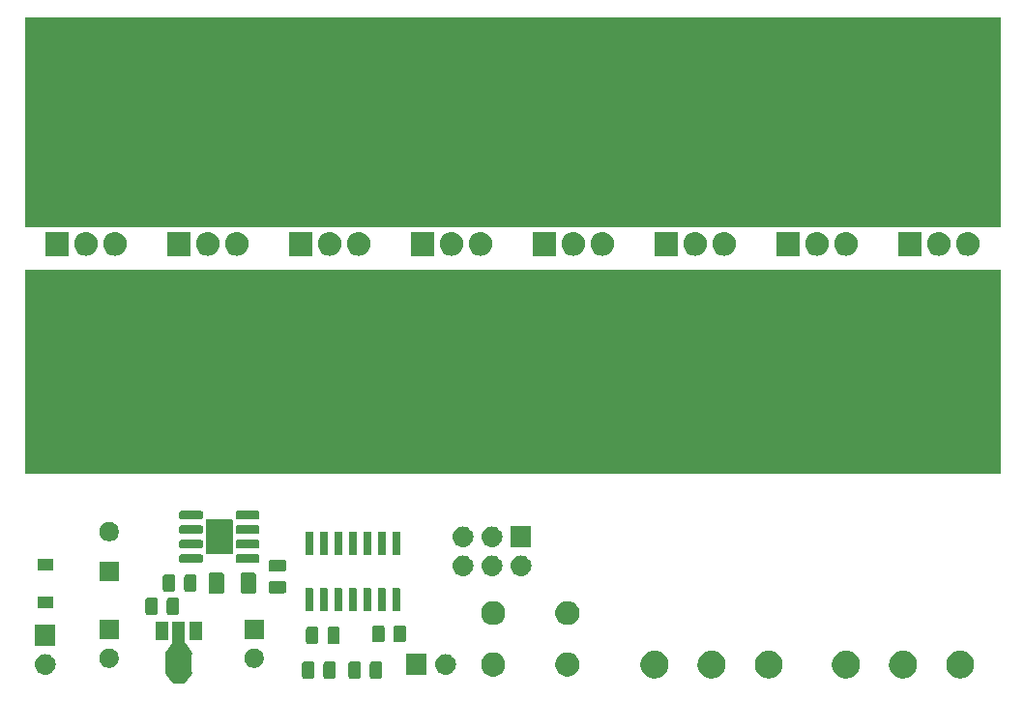
<source format=gbr>
G04 #@! TF.GenerationSoftware,KiCad,Pcbnew,5.1.4-e60b266~84~ubuntu18.04.1*
G04 #@! TF.CreationDate,2019-09-18T22:39:51+03:00*
G04 #@! TF.ProjectId,spotweld,73706f74-7765-46c6-942e-6b696361645f,rev?*
G04 #@! TF.SameCoordinates,Original*
G04 #@! TF.FileFunction,Soldermask,Top*
G04 #@! TF.FilePolarity,Negative*
%FSLAX46Y46*%
G04 Gerber Fmt 4.6, Leading zero omitted, Abs format (unit mm)*
G04 Created by KiCad (PCBNEW 5.1.4-e60b266~84~ubuntu18.04.1) date 2019-09-18 22:39:51*
%MOMM*%
%LPD*%
G04 APERTURE LIST*
%ADD10C,0.100000*%
G04 APERTURE END LIST*
D10*
G36*
X189738000Y-102870000D02*
G01*
X104394000Y-102870000D01*
X104394000Y-85090000D01*
X189738000Y-85090000D01*
X189738000Y-102870000D01*
G37*
X189738000Y-102870000D02*
X104394000Y-102870000D01*
X104394000Y-85090000D01*
X189738000Y-85090000D01*
X189738000Y-102870000D01*
G36*
X189738000Y-81280000D02*
G01*
X104394000Y-81280000D01*
X104394000Y-62992000D01*
X189738000Y-62992000D01*
X189738000Y-81280000D01*
G37*
X189738000Y-81280000D02*
X104394000Y-81280000D01*
X104394000Y-62992000D01*
X189738000Y-62992000D01*
X189738000Y-81280000D01*
G36*
X118407000Y-117697378D02*
G01*
X118409402Y-117721764D01*
X118416515Y-117745213D01*
X118429596Y-117769060D01*
X118938022Y-118495383D01*
X118953974Y-118513984D01*
X118973248Y-118529115D01*
X118995104Y-118540195D01*
X119007000Y-118543524D01*
X119007000Y-118554522D01*
X119009402Y-118578908D01*
X119016515Y-118602357D01*
X119029596Y-118626204D01*
X119053953Y-118661000D01*
X119067026Y-118679675D01*
X119062553Y-118682066D01*
X119043611Y-118697611D01*
X119028066Y-118716553D01*
X119016515Y-118738164D01*
X119009402Y-118761613D01*
X119007000Y-118785999D01*
X119007000Y-120252201D01*
X119009402Y-120276587D01*
X119016515Y-120300036D01*
X119028066Y-120321647D01*
X119043611Y-120340589D01*
X119062553Y-120356134D01*
X119067450Y-120358751D01*
X119029879Y-120411976D01*
X119017778Y-120433284D01*
X119010067Y-120456543D01*
X119007000Y-120484061D01*
X119007000Y-120495435D01*
X118991243Y-120500215D01*
X118969632Y-120511766D01*
X118950690Y-120527311D01*
X118936958Y-120543614D01*
X118382426Y-121329200D01*
X117329574Y-121329200D01*
X116775042Y-120543614D01*
X116759017Y-120525077D01*
X116739683Y-120510022D01*
X116717784Y-120499028D01*
X116705000Y-120495505D01*
X116705000Y-120484061D01*
X116702598Y-120459675D01*
X116695485Y-120436226D01*
X116682121Y-120411976D01*
X116644550Y-120358751D01*
X116649447Y-120356134D01*
X116668389Y-120340589D01*
X116683934Y-120321647D01*
X116695485Y-120300036D01*
X116702598Y-120276587D01*
X116705000Y-120252201D01*
X116705000Y-118785999D01*
X116702598Y-118761613D01*
X116695485Y-118738164D01*
X116683934Y-118716553D01*
X116668389Y-118697611D01*
X116649447Y-118682066D01*
X116644974Y-118679675D01*
X116682404Y-118626204D01*
X116694421Y-118604849D01*
X116702041Y-118581560D01*
X116705000Y-118554522D01*
X116705000Y-118543556D01*
X116719410Y-118539185D01*
X116741021Y-118527634D01*
X116759963Y-118512089D01*
X116773978Y-118495383D01*
X117282404Y-117769060D01*
X117294421Y-117747705D01*
X117302041Y-117724416D01*
X117305000Y-117697378D01*
X117305000Y-115901700D01*
X118407000Y-115901700D01*
X118407000Y-117697378D01*
X118407000Y-117697378D01*
G37*
G36*
X135499968Y-119395565D02*
G01*
X135538638Y-119407296D01*
X135574277Y-119426346D01*
X135605517Y-119451983D01*
X135631154Y-119483223D01*
X135650204Y-119518862D01*
X135661935Y-119557532D01*
X135666500Y-119603888D01*
X135666500Y-120680112D01*
X135661935Y-120726468D01*
X135650204Y-120765138D01*
X135631154Y-120800777D01*
X135605517Y-120832017D01*
X135574277Y-120857654D01*
X135538638Y-120876704D01*
X135499968Y-120888435D01*
X135453612Y-120893000D01*
X134802388Y-120893000D01*
X134756032Y-120888435D01*
X134717362Y-120876704D01*
X134681723Y-120857654D01*
X134650483Y-120832017D01*
X134624846Y-120800777D01*
X134605796Y-120765138D01*
X134594065Y-120726468D01*
X134589500Y-120680112D01*
X134589500Y-119603888D01*
X134594065Y-119557532D01*
X134605796Y-119518862D01*
X134624846Y-119483223D01*
X134650483Y-119451983D01*
X134681723Y-119426346D01*
X134717362Y-119407296D01*
X134756032Y-119395565D01*
X134802388Y-119391000D01*
X135453612Y-119391000D01*
X135499968Y-119395565D01*
X135499968Y-119395565D01*
G37*
G36*
X133624968Y-119395565D02*
G01*
X133663638Y-119407296D01*
X133699277Y-119426346D01*
X133730517Y-119451983D01*
X133756154Y-119483223D01*
X133775204Y-119518862D01*
X133786935Y-119557532D01*
X133791500Y-119603888D01*
X133791500Y-120680112D01*
X133786935Y-120726468D01*
X133775204Y-120765138D01*
X133756154Y-120800777D01*
X133730517Y-120832017D01*
X133699277Y-120857654D01*
X133663638Y-120876704D01*
X133624968Y-120888435D01*
X133578612Y-120893000D01*
X132927388Y-120893000D01*
X132881032Y-120888435D01*
X132842362Y-120876704D01*
X132806723Y-120857654D01*
X132775483Y-120832017D01*
X132749846Y-120800777D01*
X132730796Y-120765138D01*
X132719065Y-120726468D01*
X132714500Y-120680112D01*
X132714500Y-119603888D01*
X132719065Y-119557532D01*
X132730796Y-119518862D01*
X132749846Y-119483223D01*
X132775483Y-119451983D01*
X132806723Y-119426346D01*
X132842362Y-119407296D01*
X132881032Y-119395565D01*
X132927388Y-119391000D01*
X133578612Y-119391000D01*
X133624968Y-119395565D01*
X133624968Y-119395565D01*
G37*
G36*
X129560968Y-119395565D02*
G01*
X129599638Y-119407296D01*
X129635277Y-119426346D01*
X129666517Y-119451983D01*
X129692154Y-119483223D01*
X129711204Y-119518862D01*
X129722935Y-119557532D01*
X129727500Y-119603888D01*
X129727500Y-120680112D01*
X129722935Y-120726468D01*
X129711204Y-120765138D01*
X129692154Y-120800777D01*
X129666517Y-120832017D01*
X129635277Y-120857654D01*
X129599638Y-120876704D01*
X129560968Y-120888435D01*
X129514612Y-120893000D01*
X128863388Y-120893000D01*
X128817032Y-120888435D01*
X128778362Y-120876704D01*
X128742723Y-120857654D01*
X128711483Y-120832017D01*
X128685846Y-120800777D01*
X128666796Y-120765138D01*
X128655065Y-120726468D01*
X128650500Y-120680112D01*
X128650500Y-119603888D01*
X128655065Y-119557532D01*
X128666796Y-119518862D01*
X128685846Y-119483223D01*
X128711483Y-119451983D01*
X128742723Y-119426346D01*
X128778362Y-119407296D01*
X128817032Y-119395565D01*
X128863388Y-119391000D01*
X129514612Y-119391000D01*
X129560968Y-119395565D01*
X129560968Y-119395565D01*
G37*
G36*
X131435968Y-119395565D02*
G01*
X131474638Y-119407296D01*
X131510277Y-119426346D01*
X131541517Y-119451983D01*
X131567154Y-119483223D01*
X131586204Y-119518862D01*
X131597935Y-119557532D01*
X131602500Y-119603888D01*
X131602500Y-120680112D01*
X131597935Y-120726468D01*
X131586204Y-120765138D01*
X131567154Y-120800777D01*
X131541517Y-120832017D01*
X131510277Y-120857654D01*
X131474638Y-120876704D01*
X131435968Y-120888435D01*
X131389612Y-120893000D01*
X130738388Y-120893000D01*
X130692032Y-120888435D01*
X130653362Y-120876704D01*
X130617723Y-120857654D01*
X130586483Y-120832017D01*
X130560846Y-120800777D01*
X130541796Y-120765138D01*
X130530065Y-120726468D01*
X130525500Y-120680112D01*
X130525500Y-119603888D01*
X130530065Y-119557532D01*
X130541796Y-119518862D01*
X130560846Y-119483223D01*
X130586483Y-119451983D01*
X130617723Y-119426346D01*
X130653362Y-119407296D01*
X130692032Y-119395565D01*
X130738388Y-119391000D01*
X131389612Y-119391000D01*
X131435968Y-119395565D01*
X131435968Y-119395565D01*
G37*
G36*
X164750205Y-118436461D02*
G01*
X164868153Y-118459922D01*
X164953763Y-118495383D01*
X165090359Y-118551963D01*
X165290342Y-118685587D01*
X165460413Y-118855658D01*
X165594037Y-119055641D01*
X165625255Y-119131009D01*
X165686078Y-119277847D01*
X165695942Y-119327436D01*
X165728099Y-119489100D01*
X165733000Y-119513742D01*
X165733000Y-119754258D01*
X165695942Y-119940565D01*
X165686078Y-119990152D01*
X165594037Y-120212359D01*
X165460413Y-120412342D01*
X165290342Y-120582413D01*
X165090359Y-120716037D01*
X164960194Y-120769953D01*
X164868153Y-120808078D01*
X164750205Y-120831539D01*
X164632259Y-120855000D01*
X164391741Y-120855000D01*
X164273795Y-120831539D01*
X164155847Y-120808078D01*
X164063806Y-120769953D01*
X163933641Y-120716037D01*
X163733658Y-120582413D01*
X163563587Y-120412342D01*
X163429963Y-120212359D01*
X163337922Y-119990152D01*
X163328059Y-119940565D01*
X163291000Y-119754258D01*
X163291000Y-119513742D01*
X163295902Y-119489100D01*
X163328058Y-119327436D01*
X163337922Y-119277847D01*
X163398745Y-119131009D01*
X163429963Y-119055641D01*
X163563587Y-118855658D01*
X163733658Y-118685587D01*
X163933641Y-118551963D01*
X164070237Y-118495383D01*
X164155847Y-118459922D01*
X164273795Y-118436461D01*
X164391741Y-118413000D01*
X164632259Y-118413000D01*
X164750205Y-118436461D01*
X164750205Y-118436461D01*
G37*
G36*
X159750205Y-118436461D02*
G01*
X159868153Y-118459922D01*
X159953763Y-118495383D01*
X160090359Y-118551963D01*
X160290342Y-118685587D01*
X160460413Y-118855658D01*
X160594037Y-119055641D01*
X160625255Y-119131009D01*
X160686078Y-119277847D01*
X160695942Y-119327436D01*
X160728099Y-119489100D01*
X160733000Y-119513742D01*
X160733000Y-119754258D01*
X160695942Y-119940565D01*
X160686078Y-119990152D01*
X160594037Y-120212359D01*
X160460413Y-120412342D01*
X160290342Y-120582413D01*
X160090359Y-120716037D01*
X159960194Y-120769953D01*
X159868153Y-120808078D01*
X159750205Y-120831539D01*
X159632259Y-120855000D01*
X159391741Y-120855000D01*
X159273795Y-120831539D01*
X159155847Y-120808078D01*
X159063806Y-120769953D01*
X158933641Y-120716037D01*
X158733658Y-120582413D01*
X158563587Y-120412342D01*
X158429963Y-120212359D01*
X158337922Y-119990152D01*
X158328059Y-119940565D01*
X158291000Y-119754258D01*
X158291000Y-119513742D01*
X158295902Y-119489100D01*
X158328058Y-119327436D01*
X158337922Y-119277847D01*
X158398745Y-119131009D01*
X158429963Y-119055641D01*
X158563587Y-118855658D01*
X158733658Y-118685587D01*
X158933641Y-118551963D01*
X159070237Y-118495383D01*
X159155847Y-118459922D01*
X159273795Y-118436461D01*
X159391741Y-118413000D01*
X159632259Y-118413000D01*
X159750205Y-118436461D01*
X159750205Y-118436461D01*
G37*
G36*
X186514205Y-118436461D02*
G01*
X186632153Y-118459922D01*
X186717763Y-118495383D01*
X186854359Y-118551963D01*
X187054342Y-118685587D01*
X187224413Y-118855658D01*
X187358037Y-119055641D01*
X187389255Y-119131009D01*
X187450078Y-119277847D01*
X187459942Y-119327436D01*
X187492099Y-119489100D01*
X187497000Y-119513742D01*
X187497000Y-119754258D01*
X187459942Y-119940565D01*
X187450078Y-119990152D01*
X187358037Y-120212359D01*
X187224413Y-120412342D01*
X187054342Y-120582413D01*
X186854359Y-120716037D01*
X186724194Y-120769953D01*
X186632153Y-120808078D01*
X186514205Y-120831539D01*
X186396259Y-120855000D01*
X186155741Y-120855000D01*
X186037795Y-120831539D01*
X185919847Y-120808078D01*
X185827806Y-120769953D01*
X185697641Y-120716037D01*
X185497658Y-120582413D01*
X185327587Y-120412342D01*
X185193963Y-120212359D01*
X185101922Y-119990152D01*
X185092059Y-119940565D01*
X185055000Y-119754258D01*
X185055000Y-119513742D01*
X185059902Y-119489100D01*
X185092058Y-119327436D01*
X185101922Y-119277847D01*
X185162745Y-119131009D01*
X185193963Y-119055641D01*
X185327587Y-118855658D01*
X185497658Y-118685587D01*
X185697641Y-118551963D01*
X185834237Y-118495383D01*
X185919847Y-118459922D01*
X186037795Y-118436461D01*
X186155741Y-118413000D01*
X186396259Y-118413000D01*
X186514205Y-118436461D01*
X186514205Y-118436461D01*
G37*
G36*
X181514205Y-118436461D02*
G01*
X181632153Y-118459922D01*
X181717763Y-118495383D01*
X181854359Y-118551963D01*
X182054342Y-118685587D01*
X182224413Y-118855658D01*
X182358037Y-119055641D01*
X182389255Y-119131009D01*
X182450078Y-119277847D01*
X182459942Y-119327436D01*
X182492099Y-119489100D01*
X182497000Y-119513742D01*
X182497000Y-119754258D01*
X182459942Y-119940565D01*
X182450078Y-119990152D01*
X182358037Y-120212359D01*
X182224413Y-120412342D01*
X182054342Y-120582413D01*
X181854359Y-120716037D01*
X181724194Y-120769953D01*
X181632153Y-120808078D01*
X181514205Y-120831539D01*
X181396259Y-120855000D01*
X181155741Y-120855000D01*
X181037795Y-120831539D01*
X180919847Y-120808078D01*
X180827806Y-120769953D01*
X180697641Y-120716037D01*
X180497658Y-120582413D01*
X180327587Y-120412342D01*
X180193963Y-120212359D01*
X180101922Y-119990152D01*
X180092059Y-119940565D01*
X180055000Y-119754258D01*
X180055000Y-119513742D01*
X180059902Y-119489100D01*
X180092058Y-119327436D01*
X180101922Y-119277847D01*
X180162745Y-119131009D01*
X180193963Y-119055641D01*
X180327587Y-118855658D01*
X180497658Y-118685587D01*
X180697641Y-118551963D01*
X180834237Y-118495383D01*
X180919847Y-118459922D01*
X181037795Y-118436461D01*
X181155741Y-118413000D01*
X181396259Y-118413000D01*
X181514205Y-118436461D01*
X181514205Y-118436461D01*
G37*
G36*
X176514205Y-118436461D02*
G01*
X176632153Y-118459922D01*
X176717763Y-118495383D01*
X176854359Y-118551963D01*
X177054342Y-118685587D01*
X177224413Y-118855658D01*
X177358037Y-119055641D01*
X177389255Y-119131009D01*
X177450078Y-119277847D01*
X177459942Y-119327436D01*
X177492099Y-119489100D01*
X177497000Y-119513742D01*
X177497000Y-119754258D01*
X177459942Y-119940565D01*
X177450078Y-119990152D01*
X177358037Y-120212359D01*
X177224413Y-120412342D01*
X177054342Y-120582413D01*
X176854359Y-120716037D01*
X176724194Y-120769953D01*
X176632153Y-120808078D01*
X176514205Y-120831539D01*
X176396259Y-120855000D01*
X176155741Y-120855000D01*
X176037795Y-120831539D01*
X175919847Y-120808078D01*
X175827806Y-120769953D01*
X175697641Y-120716037D01*
X175497658Y-120582413D01*
X175327587Y-120412342D01*
X175193963Y-120212359D01*
X175101922Y-119990152D01*
X175092059Y-119940565D01*
X175055000Y-119754258D01*
X175055000Y-119513742D01*
X175059902Y-119489100D01*
X175092058Y-119327436D01*
X175101922Y-119277847D01*
X175162745Y-119131009D01*
X175193963Y-119055641D01*
X175327587Y-118855658D01*
X175497658Y-118685587D01*
X175697641Y-118551963D01*
X175834237Y-118495383D01*
X175919847Y-118459922D01*
X176037795Y-118436461D01*
X176155741Y-118413000D01*
X176396259Y-118413000D01*
X176514205Y-118436461D01*
X176514205Y-118436461D01*
G37*
G36*
X169750205Y-118436461D02*
G01*
X169868153Y-118459922D01*
X169953763Y-118495383D01*
X170090359Y-118551963D01*
X170290342Y-118685587D01*
X170460413Y-118855658D01*
X170594037Y-119055641D01*
X170625255Y-119131009D01*
X170686078Y-119277847D01*
X170695942Y-119327436D01*
X170728099Y-119489100D01*
X170733000Y-119513742D01*
X170733000Y-119754258D01*
X170695942Y-119940565D01*
X170686078Y-119990152D01*
X170594037Y-120212359D01*
X170460413Y-120412342D01*
X170290342Y-120582413D01*
X170090359Y-120716037D01*
X169960194Y-120769953D01*
X169868153Y-120808078D01*
X169750205Y-120831539D01*
X169632259Y-120855000D01*
X169391741Y-120855000D01*
X169273795Y-120831539D01*
X169155847Y-120808078D01*
X169063806Y-120769953D01*
X168933641Y-120716037D01*
X168733658Y-120582413D01*
X168563587Y-120412342D01*
X168429963Y-120212359D01*
X168337922Y-119990152D01*
X168328059Y-119940565D01*
X168291000Y-119754258D01*
X168291000Y-119513742D01*
X168295902Y-119489100D01*
X168328058Y-119327436D01*
X168337922Y-119277847D01*
X168398745Y-119131009D01*
X168429963Y-119055641D01*
X168563587Y-118855658D01*
X168733658Y-118685587D01*
X168933641Y-118551963D01*
X169070237Y-118495383D01*
X169155847Y-118459922D01*
X169273795Y-118436461D01*
X169391741Y-118413000D01*
X169632259Y-118413000D01*
X169750205Y-118436461D01*
X169750205Y-118436461D01*
G37*
G36*
X152198564Y-118623389D02*
G01*
X152377752Y-118697611D01*
X152389835Y-118702616D01*
X152561973Y-118817635D01*
X152708365Y-118964027D01*
X152769580Y-119055641D01*
X152823385Y-119136167D01*
X152902611Y-119327436D01*
X152943000Y-119530484D01*
X152943000Y-119737516D01*
X152902611Y-119940564D01*
X152823385Y-120131833D01*
X152823384Y-120131835D01*
X152708365Y-120303973D01*
X152561973Y-120450365D01*
X152389835Y-120565384D01*
X152389834Y-120565385D01*
X152389833Y-120565385D01*
X152198564Y-120644611D01*
X151995516Y-120685000D01*
X151788484Y-120685000D01*
X151585436Y-120644611D01*
X151394167Y-120565385D01*
X151394166Y-120565385D01*
X151394165Y-120565384D01*
X151222027Y-120450365D01*
X151075635Y-120303973D01*
X150960616Y-120131835D01*
X150960615Y-120131833D01*
X150881389Y-119940564D01*
X150841000Y-119737516D01*
X150841000Y-119530484D01*
X150881389Y-119327436D01*
X150960615Y-119136167D01*
X151014421Y-119055641D01*
X151075635Y-118964027D01*
X151222027Y-118817635D01*
X151394165Y-118702616D01*
X151406248Y-118697611D01*
X151585436Y-118623389D01*
X151788484Y-118583000D01*
X151995516Y-118583000D01*
X152198564Y-118623389D01*
X152198564Y-118623389D01*
G37*
G36*
X145698564Y-118623389D02*
G01*
X145877752Y-118697611D01*
X145889835Y-118702616D01*
X146061973Y-118817635D01*
X146208365Y-118964027D01*
X146269580Y-119055641D01*
X146323385Y-119136167D01*
X146402611Y-119327436D01*
X146443000Y-119530484D01*
X146443000Y-119737516D01*
X146402611Y-119940564D01*
X146323385Y-120131833D01*
X146323384Y-120131835D01*
X146208365Y-120303973D01*
X146061973Y-120450365D01*
X145889835Y-120565384D01*
X145889834Y-120565385D01*
X145889833Y-120565385D01*
X145698564Y-120644611D01*
X145495516Y-120685000D01*
X145288484Y-120685000D01*
X145085436Y-120644611D01*
X144894167Y-120565385D01*
X144894166Y-120565385D01*
X144894165Y-120565384D01*
X144722027Y-120450365D01*
X144575635Y-120303973D01*
X144460616Y-120131835D01*
X144460615Y-120131833D01*
X144381389Y-119940564D01*
X144341000Y-119737516D01*
X144341000Y-119530484D01*
X144381389Y-119327436D01*
X144460615Y-119136167D01*
X144514421Y-119055641D01*
X144575635Y-118964027D01*
X144722027Y-118817635D01*
X144894165Y-118702616D01*
X144906248Y-118697611D01*
X145085436Y-118623389D01*
X145288484Y-118583000D01*
X145495516Y-118583000D01*
X145698564Y-118623389D01*
X145698564Y-118623389D01*
G37*
G36*
X139585000Y-120535000D02*
G01*
X137783000Y-120535000D01*
X137783000Y-118733000D01*
X139585000Y-118733000D01*
X139585000Y-120535000D01*
X139585000Y-120535000D01*
G37*
G36*
X106268690Y-118738164D02*
G01*
X106348627Y-118746037D01*
X106518466Y-118797557D01*
X106674991Y-118881222D01*
X106710729Y-118910552D01*
X106812186Y-118993814D01*
X106862925Y-119055641D01*
X106924778Y-119131009D01*
X107008443Y-119287534D01*
X107059963Y-119457373D01*
X107077359Y-119634000D01*
X107059963Y-119810627D01*
X107008443Y-119980466D01*
X106924778Y-120136991D01*
X106895448Y-120172729D01*
X106812186Y-120274186D01*
X106712331Y-120356134D01*
X106674991Y-120386778D01*
X106518466Y-120470443D01*
X106348627Y-120521963D01*
X106294327Y-120527311D01*
X106216260Y-120535000D01*
X106127740Y-120535000D01*
X106049673Y-120527311D01*
X105995373Y-120521963D01*
X105825534Y-120470443D01*
X105669009Y-120386778D01*
X105631669Y-120356134D01*
X105531814Y-120274186D01*
X105448552Y-120172729D01*
X105419222Y-120136991D01*
X105335557Y-119980466D01*
X105284037Y-119810627D01*
X105266641Y-119634000D01*
X105284037Y-119457373D01*
X105335557Y-119287534D01*
X105419222Y-119131009D01*
X105481075Y-119055641D01*
X105531814Y-118993814D01*
X105633271Y-118910552D01*
X105669009Y-118881222D01*
X105825534Y-118797557D01*
X105995373Y-118746037D01*
X106075310Y-118738164D01*
X106127740Y-118733000D01*
X106216260Y-118733000D01*
X106268690Y-118738164D01*
X106268690Y-118738164D01*
G37*
G36*
X141320690Y-118738164D02*
G01*
X141400627Y-118746037D01*
X141570466Y-118797557D01*
X141726991Y-118881222D01*
X141762729Y-118910552D01*
X141864186Y-118993814D01*
X141914925Y-119055641D01*
X141976778Y-119131009D01*
X142060443Y-119287534D01*
X142111963Y-119457373D01*
X142129359Y-119634000D01*
X142111963Y-119810627D01*
X142060443Y-119980466D01*
X141976778Y-120136991D01*
X141947448Y-120172729D01*
X141864186Y-120274186D01*
X141764331Y-120356134D01*
X141726991Y-120386778D01*
X141570466Y-120470443D01*
X141400627Y-120521963D01*
X141346327Y-120527311D01*
X141268260Y-120535000D01*
X141179740Y-120535000D01*
X141101673Y-120527311D01*
X141047373Y-120521963D01*
X140877534Y-120470443D01*
X140721009Y-120386778D01*
X140683669Y-120356134D01*
X140583814Y-120274186D01*
X140500552Y-120172729D01*
X140471222Y-120136991D01*
X140387557Y-119980466D01*
X140336037Y-119810627D01*
X140318641Y-119634000D01*
X140336037Y-119457373D01*
X140387557Y-119287534D01*
X140471222Y-119131009D01*
X140533075Y-119055641D01*
X140583814Y-118993814D01*
X140685271Y-118910552D01*
X140721009Y-118881222D01*
X140877534Y-118797557D01*
X141047373Y-118746037D01*
X141127310Y-118738164D01*
X141179740Y-118733000D01*
X141268260Y-118733000D01*
X141320690Y-118738164D01*
X141320690Y-118738164D01*
G37*
G36*
X124708228Y-118267703D02*
G01*
X124863100Y-118331853D01*
X125002481Y-118424985D01*
X125121015Y-118543519D01*
X125214147Y-118682900D01*
X125278297Y-118837772D01*
X125311000Y-119002184D01*
X125311000Y-119169816D01*
X125278297Y-119334228D01*
X125214147Y-119489100D01*
X125121015Y-119628481D01*
X125002481Y-119747015D01*
X124863100Y-119840147D01*
X124708228Y-119904297D01*
X124543816Y-119937000D01*
X124376184Y-119937000D01*
X124211772Y-119904297D01*
X124056900Y-119840147D01*
X123917519Y-119747015D01*
X123798985Y-119628481D01*
X123705853Y-119489100D01*
X123641703Y-119334228D01*
X123609000Y-119169816D01*
X123609000Y-119002184D01*
X123641703Y-118837772D01*
X123705853Y-118682900D01*
X123798985Y-118543519D01*
X123917519Y-118424985D01*
X124056900Y-118331853D01*
X124211772Y-118267703D01*
X124376184Y-118235000D01*
X124543816Y-118235000D01*
X124708228Y-118267703D01*
X124708228Y-118267703D01*
G37*
G36*
X112008228Y-118267703D02*
G01*
X112163100Y-118331853D01*
X112302481Y-118424985D01*
X112421015Y-118543519D01*
X112514147Y-118682900D01*
X112578297Y-118837772D01*
X112611000Y-119002184D01*
X112611000Y-119169816D01*
X112578297Y-119334228D01*
X112514147Y-119489100D01*
X112421015Y-119628481D01*
X112302481Y-119747015D01*
X112163100Y-119840147D01*
X112008228Y-119904297D01*
X111843816Y-119937000D01*
X111676184Y-119937000D01*
X111511772Y-119904297D01*
X111356900Y-119840147D01*
X111217519Y-119747015D01*
X111098985Y-119628481D01*
X111005853Y-119489100D01*
X110941703Y-119334228D01*
X110909000Y-119169816D01*
X110909000Y-119002184D01*
X110941703Y-118837772D01*
X111005853Y-118682900D01*
X111098985Y-118543519D01*
X111217519Y-118424985D01*
X111356900Y-118331853D01*
X111511772Y-118267703D01*
X111676184Y-118235000D01*
X111843816Y-118235000D01*
X112008228Y-118267703D01*
X112008228Y-118267703D01*
G37*
G36*
X107073000Y-117995000D02*
G01*
X105271000Y-117995000D01*
X105271000Y-116193000D01*
X107073000Y-116193000D01*
X107073000Y-117995000D01*
X107073000Y-117995000D01*
G37*
G36*
X129911968Y-116347565D02*
G01*
X129950638Y-116359296D01*
X129986277Y-116378346D01*
X130017517Y-116403983D01*
X130043154Y-116435223D01*
X130062204Y-116470862D01*
X130073935Y-116509532D01*
X130078500Y-116555888D01*
X130078500Y-117632112D01*
X130073935Y-117678468D01*
X130062204Y-117717138D01*
X130043154Y-117752777D01*
X130017517Y-117784017D01*
X129986277Y-117809654D01*
X129950638Y-117828704D01*
X129911968Y-117840435D01*
X129865612Y-117845000D01*
X129214388Y-117845000D01*
X129168032Y-117840435D01*
X129129362Y-117828704D01*
X129093723Y-117809654D01*
X129062483Y-117784017D01*
X129036846Y-117752777D01*
X129017796Y-117717138D01*
X129006065Y-117678468D01*
X129001500Y-117632112D01*
X129001500Y-116555888D01*
X129006065Y-116509532D01*
X129017796Y-116470862D01*
X129036846Y-116435223D01*
X129062483Y-116403983D01*
X129093723Y-116378346D01*
X129129362Y-116359296D01*
X129168032Y-116347565D01*
X129214388Y-116343000D01*
X129865612Y-116343000D01*
X129911968Y-116347565D01*
X129911968Y-116347565D01*
G37*
G36*
X131786968Y-116347565D02*
G01*
X131825638Y-116359296D01*
X131861277Y-116378346D01*
X131892517Y-116403983D01*
X131918154Y-116435223D01*
X131937204Y-116470862D01*
X131948935Y-116509532D01*
X131953500Y-116555888D01*
X131953500Y-117632112D01*
X131948935Y-117678468D01*
X131937204Y-117717138D01*
X131918154Y-117752777D01*
X131892517Y-117784017D01*
X131861277Y-117809654D01*
X131825638Y-117828704D01*
X131786968Y-117840435D01*
X131740612Y-117845000D01*
X131089388Y-117845000D01*
X131043032Y-117840435D01*
X131004362Y-117828704D01*
X130968723Y-117809654D01*
X130937483Y-117784017D01*
X130911846Y-117752777D01*
X130892796Y-117717138D01*
X130881065Y-117678468D01*
X130876500Y-117632112D01*
X130876500Y-116555888D01*
X130881065Y-116509532D01*
X130892796Y-116470862D01*
X130911846Y-116435223D01*
X130937483Y-116403983D01*
X130968723Y-116378346D01*
X131004362Y-116359296D01*
X131043032Y-116347565D01*
X131089388Y-116343000D01*
X131740612Y-116343000D01*
X131786968Y-116347565D01*
X131786968Y-116347565D01*
G37*
G36*
X137580468Y-116220565D02*
G01*
X137619138Y-116232296D01*
X137654777Y-116251346D01*
X137686017Y-116276983D01*
X137711654Y-116308223D01*
X137730704Y-116343862D01*
X137742435Y-116382532D01*
X137747000Y-116428888D01*
X137747000Y-117505112D01*
X137742435Y-117551468D01*
X137730704Y-117590138D01*
X137711654Y-117625777D01*
X137686017Y-117657017D01*
X137654777Y-117682654D01*
X137619138Y-117701704D01*
X137580468Y-117713435D01*
X137534112Y-117718000D01*
X136882888Y-117718000D01*
X136836532Y-117713435D01*
X136797862Y-117701704D01*
X136762223Y-117682654D01*
X136730983Y-117657017D01*
X136705346Y-117625777D01*
X136686296Y-117590138D01*
X136674565Y-117551468D01*
X136670000Y-117505112D01*
X136670000Y-116428888D01*
X136674565Y-116382532D01*
X136686296Y-116343862D01*
X136705346Y-116308223D01*
X136730983Y-116276983D01*
X136762223Y-116251346D01*
X136797862Y-116232296D01*
X136836532Y-116220565D01*
X136882888Y-116216000D01*
X137534112Y-116216000D01*
X137580468Y-116220565D01*
X137580468Y-116220565D01*
G37*
G36*
X135705468Y-116220565D02*
G01*
X135744138Y-116232296D01*
X135779777Y-116251346D01*
X135811017Y-116276983D01*
X135836654Y-116308223D01*
X135855704Y-116343862D01*
X135867435Y-116382532D01*
X135872000Y-116428888D01*
X135872000Y-117505112D01*
X135867435Y-117551468D01*
X135855704Y-117590138D01*
X135836654Y-117625777D01*
X135811017Y-117657017D01*
X135779777Y-117682654D01*
X135744138Y-117701704D01*
X135705468Y-117713435D01*
X135659112Y-117718000D01*
X135007888Y-117718000D01*
X134961532Y-117713435D01*
X134922862Y-117701704D01*
X134887223Y-117682654D01*
X134855983Y-117657017D01*
X134830346Y-117625777D01*
X134811296Y-117590138D01*
X134799565Y-117551468D01*
X134795000Y-117505112D01*
X134795000Y-116428888D01*
X134799565Y-116382532D01*
X134811296Y-116343862D01*
X134830346Y-116308223D01*
X134855983Y-116276983D01*
X134887223Y-116251346D01*
X134922862Y-116232296D01*
X134961532Y-116220565D01*
X135007888Y-116216000D01*
X135659112Y-116216000D01*
X135705468Y-116220565D01*
X135705468Y-116220565D01*
G37*
G36*
X119907000Y-117507200D02*
G01*
X118805000Y-117507200D01*
X118805000Y-115905200D01*
X119907000Y-115905200D01*
X119907000Y-117507200D01*
X119907000Y-117507200D01*
G37*
G36*
X116907000Y-117507200D02*
G01*
X115805000Y-117507200D01*
X115805000Y-115905200D01*
X116907000Y-115905200D01*
X116907000Y-117507200D01*
X116907000Y-117507200D01*
G37*
G36*
X125311000Y-117437000D02*
G01*
X123609000Y-117437000D01*
X123609000Y-115735000D01*
X125311000Y-115735000D01*
X125311000Y-117437000D01*
X125311000Y-117437000D01*
G37*
G36*
X112611000Y-117437000D02*
G01*
X110909000Y-117437000D01*
X110909000Y-115735000D01*
X112611000Y-115735000D01*
X112611000Y-117437000D01*
X112611000Y-117437000D01*
G37*
G36*
X152198564Y-114123389D02*
G01*
X152389833Y-114202615D01*
X152389835Y-114202616D01*
X152561973Y-114317635D01*
X152708365Y-114464027D01*
X152823385Y-114636167D01*
X152902611Y-114827436D01*
X152943000Y-115030484D01*
X152943000Y-115237516D01*
X152902611Y-115440564D01*
X152823385Y-115631833D01*
X152823384Y-115631835D01*
X152708365Y-115803973D01*
X152561973Y-115950365D01*
X152389835Y-116065384D01*
X152389834Y-116065385D01*
X152389833Y-116065385D01*
X152198564Y-116144611D01*
X151995516Y-116185000D01*
X151788484Y-116185000D01*
X151585436Y-116144611D01*
X151394167Y-116065385D01*
X151394166Y-116065385D01*
X151394165Y-116065384D01*
X151222027Y-115950365D01*
X151075635Y-115803973D01*
X150960616Y-115631835D01*
X150960615Y-115631833D01*
X150881389Y-115440564D01*
X150841000Y-115237516D01*
X150841000Y-115030484D01*
X150881389Y-114827436D01*
X150960615Y-114636167D01*
X151075635Y-114464027D01*
X151222027Y-114317635D01*
X151394165Y-114202616D01*
X151394167Y-114202615D01*
X151585436Y-114123389D01*
X151788484Y-114083000D01*
X151995516Y-114083000D01*
X152198564Y-114123389D01*
X152198564Y-114123389D01*
G37*
G36*
X145698564Y-114123389D02*
G01*
X145889833Y-114202615D01*
X145889835Y-114202616D01*
X146061973Y-114317635D01*
X146208365Y-114464027D01*
X146323385Y-114636167D01*
X146402611Y-114827436D01*
X146443000Y-115030484D01*
X146443000Y-115237516D01*
X146402611Y-115440564D01*
X146323385Y-115631833D01*
X146323384Y-115631835D01*
X146208365Y-115803973D01*
X146061973Y-115950365D01*
X145889835Y-116065384D01*
X145889834Y-116065385D01*
X145889833Y-116065385D01*
X145698564Y-116144611D01*
X145495516Y-116185000D01*
X145288484Y-116185000D01*
X145085436Y-116144611D01*
X144894167Y-116065385D01*
X144894166Y-116065385D01*
X144894165Y-116065384D01*
X144722027Y-115950365D01*
X144575635Y-115803973D01*
X144460616Y-115631835D01*
X144460615Y-115631833D01*
X144381389Y-115440564D01*
X144341000Y-115237516D01*
X144341000Y-115030484D01*
X144381389Y-114827436D01*
X144460615Y-114636167D01*
X144575635Y-114464027D01*
X144722027Y-114317635D01*
X144894165Y-114202616D01*
X144894167Y-114202615D01*
X145085436Y-114123389D01*
X145288484Y-114083000D01*
X145495516Y-114083000D01*
X145698564Y-114123389D01*
X145698564Y-114123389D01*
G37*
G36*
X117719968Y-113807565D02*
G01*
X117758638Y-113819296D01*
X117794277Y-113838346D01*
X117825517Y-113863983D01*
X117851154Y-113895223D01*
X117870204Y-113930862D01*
X117881935Y-113969532D01*
X117886500Y-114015888D01*
X117886500Y-115092112D01*
X117881935Y-115138468D01*
X117870204Y-115177138D01*
X117851154Y-115212777D01*
X117825517Y-115244017D01*
X117794277Y-115269654D01*
X117758638Y-115288704D01*
X117719968Y-115300435D01*
X117673612Y-115305000D01*
X117022388Y-115305000D01*
X116976032Y-115300435D01*
X116937362Y-115288704D01*
X116901723Y-115269654D01*
X116870483Y-115244017D01*
X116844846Y-115212777D01*
X116825796Y-115177138D01*
X116814065Y-115138468D01*
X116809500Y-115092112D01*
X116809500Y-114015888D01*
X116814065Y-113969532D01*
X116825796Y-113930862D01*
X116844846Y-113895223D01*
X116870483Y-113863983D01*
X116901723Y-113838346D01*
X116937362Y-113819296D01*
X116976032Y-113807565D01*
X117022388Y-113803000D01*
X117673612Y-113803000D01*
X117719968Y-113807565D01*
X117719968Y-113807565D01*
G37*
G36*
X115844968Y-113807565D02*
G01*
X115883638Y-113819296D01*
X115919277Y-113838346D01*
X115950517Y-113863983D01*
X115976154Y-113895223D01*
X115995204Y-113930862D01*
X116006935Y-113969532D01*
X116011500Y-114015888D01*
X116011500Y-115092112D01*
X116006935Y-115138468D01*
X115995204Y-115177138D01*
X115976154Y-115212777D01*
X115950517Y-115244017D01*
X115919277Y-115269654D01*
X115883638Y-115288704D01*
X115844968Y-115300435D01*
X115798612Y-115305000D01*
X115147388Y-115305000D01*
X115101032Y-115300435D01*
X115062362Y-115288704D01*
X115026723Y-115269654D01*
X114995483Y-115244017D01*
X114969846Y-115212777D01*
X114950796Y-115177138D01*
X114939065Y-115138468D01*
X114934500Y-115092112D01*
X114934500Y-114015888D01*
X114939065Y-113969532D01*
X114950796Y-113930862D01*
X114969846Y-113895223D01*
X114995483Y-113863983D01*
X115026723Y-113838346D01*
X115062362Y-113819296D01*
X115101032Y-113807565D01*
X115147388Y-113803000D01*
X115798612Y-113803000D01*
X115844968Y-113807565D01*
X115844968Y-113807565D01*
G37*
G36*
X134625928Y-112957764D02*
G01*
X134647009Y-112964160D01*
X134666445Y-112974548D01*
X134683476Y-112988524D01*
X134697452Y-113005555D01*
X134707840Y-113024991D01*
X134714236Y-113046072D01*
X134717000Y-113074140D01*
X134717000Y-114887860D01*
X134714236Y-114915928D01*
X134707840Y-114937009D01*
X134697452Y-114956445D01*
X134683476Y-114973476D01*
X134666445Y-114987452D01*
X134647009Y-114997840D01*
X134625928Y-115004236D01*
X134597860Y-115007000D01*
X134134140Y-115007000D01*
X134106072Y-115004236D01*
X134084991Y-114997840D01*
X134065555Y-114987452D01*
X134048524Y-114973476D01*
X134034548Y-114956445D01*
X134024160Y-114937009D01*
X134017764Y-114915928D01*
X134015000Y-114887860D01*
X134015000Y-113074140D01*
X134017764Y-113046072D01*
X134024160Y-113024991D01*
X134034548Y-113005555D01*
X134048524Y-112988524D01*
X134065555Y-112974548D01*
X134084991Y-112964160D01*
X134106072Y-112957764D01*
X134134140Y-112955000D01*
X134597860Y-112955000D01*
X134625928Y-112957764D01*
X134625928Y-112957764D01*
G37*
G36*
X133355928Y-112957764D02*
G01*
X133377009Y-112964160D01*
X133396445Y-112974548D01*
X133413476Y-112988524D01*
X133427452Y-113005555D01*
X133437840Y-113024991D01*
X133444236Y-113046072D01*
X133447000Y-113074140D01*
X133447000Y-114887860D01*
X133444236Y-114915928D01*
X133437840Y-114937009D01*
X133427452Y-114956445D01*
X133413476Y-114973476D01*
X133396445Y-114987452D01*
X133377009Y-114997840D01*
X133355928Y-115004236D01*
X133327860Y-115007000D01*
X132864140Y-115007000D01*
X132836072Y-115004236D01*
X132814991Y-114997840D01*
X132795555Y-114987452D01*
X132778524Y-114973476D01*
X132764548Y-114956445D01*
X132754160Y-114937009D01*
X132747764Y-114915928D01*
X132745000Y-114887860D01*
X132745000Y-113074140D01*
X132747764Y-113046072D01*
X132754160Y-113024991D01*
X132764548Y-113005555D01*
X132778524Y-112988524D01*
X132795555Y-112974548D01*
X132814991Y-112964160D01*
X132836072Y-112957764D01*
X132864140Y-112955000D01*
X133327860Y-112955000D01*
X133355928Y-112957764D01*
X133355928Y-112957764D01*
G37*
G36*
X132085928Y-112957764D02*
G01*
X132107009Y-112964160D01*
X132126445Y-112974548D01*
X132143476Y-112988524D01*
X132157452Y-113005555D01*
X132167840Y-113024991D01*
X132174236Y-113046072D01*
X132177000Y-113074140D01*
X132177000Y-114887860D01*
X132174236Y-114915928D01*
X132167840Y-114937009D01*
X132157452Y-114956445D01*
X132143476Y-114973476D01*
X132126445Y-114987452D01*
X132107009Y-114997840D01*
X132085928Y-115004236D01*
X132057860Y-115007000D01*
X131594140Y-115007000D01*
X131566072Y-115004236D01*
X131544991Y-114997840D01*
X131525555Y-114987452D01*
X131508524Y-114973476D01*
X131494548Y-114956445D01*
X131484160Y-114937009D01*
X131477764Y-114915928D01*
X131475000Y-114887860D01*
X131475000Y-113074140D01*
X131477764Y-113046072D01*
X131484160Y-113024991D01*
X131494548Y-113005555D01*
X131508524Y-112988524D01*
X131525555Y-112974548D01*
X131544991Y-112964160D01*
X131566072Y-112957764D01*
X131594140Y-112955000D01*
X132057860Y-112955000D01*
X132085928Y-112957764D01*
X132085928Y-112957764D01*
G37*
G36*
X130815928Y-112957764D02*
G01*
X130837009Y-112964160D01*
X130856445Y-112974548D01*
X130873476Y-112988524D01*
X130887452Y-113005555D01*
X130897840Y-113024991D01*
X130904236Y-113046072D01*
X130907000Y-113074140D01*
X130907000Y-114887860D01*
X130904236Y-114915928D01*
X130897840Y-114937009D01*
X130887452Y-114956445D01*
X130873476Y-114973476D01*
X130856445Y-114987452D01*
X130837009Y-114997840D01*
X130815928Y-115004236D01*
X130787860Y-115007000D01*
X130324140Y-115007000D01*
X130296072Y-115004236D01*
X130274991Y-114997840D01*
X130255555Y-114987452D01*
X130238524Y-114973476D01*
X130224548Y-114956445D01*
X130214160Y-114937009D01*
X130207764Y-114915928D01*
X130205000Y-114887860D01*
X130205000Y-113074140D01*
X130207764Y-113046072D01*
X130214160Y-113024991D01*
X130224548Y-113005555D01*
X130238524Y-112988524D01*
X130255555Y-112974548D01*
X130274991Y-112964160D01*
X130296072Y-112957764D01*
X130324140Y-112955000D01*
X130787860Y-112955000D01*
X130815928Y-112957764D01*
X130815928Y-112957764D01*
G37*
G36*
X137165928Y-112957764D02*
G01*
X137187009Y-112964160D01*
X137206445Y-112974548D01*
X137223476Y-112988524D01*
X137237452Y-113005555D01*
X137247840Y-113024991D01*
X137254236Y-113046072D01*
X137257000Y-113074140D01*
X137257000Y-114887860D01*
X137254236Y-114915928D01*
X137247840Y-114937009D01*
X137237452Y-114956445D01*
X137223476Y-114973476D01*
X137206445Y-114987452D01*
X137187009Y-114997840D01*
X137165928Y-115004236D01*
X137137860Y-115007000D01*
X136674140Y-115007000D01*
X136646072Y-115004236D01*
X136624991Y-114997840D01*
X136605555Y-114987452D01*
X136588524Y-114973476D01*
X136574548Y-114956445D01*
X136564160Y-114937009D01*
X136557764Y-114915928D01*
X136555000Y-114887860D01*
X136555000Y-113074140D01*
X136557764Y-113046072D01*
X136564160Y-113024991D01*
X136574548Y-113005555D01*
X136588524Y-112988524D01*
X136605555Y-112974548D01*
X136624991Y-112964160D01*
X136646072Y-112957764D01*
X136674140Y-112955000D01*
X137137860Y-112955000D01*
X137165928Y-112957764D01*
X137165928Y-112957764D01*
G37*
G36*
X129545928Y-112957764D02*
G01*
X129567009Y-112964160D01*
X129586445Y-112974548D01*
X129603476Y-112988524D01*
X129617452Y-113005555D01*
X129627840Y-113024991D01*
X129634236Y-113046072D01*
X129637000Y-113074140D01*
X129637000Y-114887860D01*
X129634236Y-114915928D01*
X129627840Y-114937009D01*
X129617452Y-114956445D01*
X129603476Y-114973476D01*
X129586445Y-114987452D01*
X129567009Y-114997840D01*
X129545928Y-115004236D01*
X129517860Y-115007000D01*
X129054140Y-115007000D01*
X129026072Y-115004236D01*
X129004991Y-114997840D01*
X128985555Y-114987452D01*
X128968524Y-114973476D01*
X128954548Y-114956445D01*
X128944160Y-114937009D01*
X128937764Y-114915928D01*
X128935000Y-114887860D01*
X128935000Y-113074140D01*
X128937764Y-113046072D01*
X128944160Y-113024991D01*
X128954548Y-113005555D01*
X128968524Y-112988524D01*
X128985555Y-112974548D01*
X129004991Y-112964160D01*
X129026072Y-112957764D01*
X129054140Y-112955000D01*
X129517860Y-112955000D01*
X129545928Y-112957764D01*
X129545928Y-112957764D01*
G37*
G36*
X135895928Y-112957764D02*
G01*
X135917009Y-112964160D01*
X135936445Y-112974548D01*
X135953476Y-112988524D01*
X135967452Y-113005555D01*
X135977840Y-113024991D01*
X135984236Y-113046072D01*
X135987000Y-113074140D01*
X135987000Y-114887860D01*
X135984236Y-114915928D01*
X135977840Y-114937009D01*
X135967452Y-114956445D01*
X135953476Y-114973476D01*
X135936445Y-114987452D01*
X135917009Y-114997840D01*
X135895928Y-115004236D01*
X135867860Y-115007000D01*
X135404140Y-115007000D01*
X135376072Y-115004236D01*
X135354991Y-114997840D01*
X135335555Y-114987452D01*
X135318524Y-114973476D01*
X135304548Y-114956445D01*
X135294160Y-114937009D01*
X135287764Y-114915928D01*
X135285000Y-114887860D01*
X135285000Y-113074140D01*
X135287764Y-113046072D01*
X135294160Y-113024991D01*
X135304548Y-113005555D01*
X135318524Y-112988524D01*
X135335555Y-112974548D01*
X135354991Y-112964160D01*
X135376072Y-112957764D01*
X135404140Y-112955000D01*
X135867860Y-112955000D01*
X135895928Y-112957764D01*
X135895928Y-112957764D01*
G37*
G36*
X106823000Y-114673000D02*
G01*
X105521000Y-114673000D01*
X105521000Y-113671000D01*
X106823000Y-113671000D01*
X106823000Y-114673000D01*
X106823000Y-114673000D01*
G37*
G36*
X121670604Y-111600347D02*
G01*
X121707144Y-111611432D01*
X121740821Y-111629433D01*
X121770341Y-111653659D01*
X121794567Y-111683179D01*
X121812568Y-111716856D01*
X121823653Y-111753396D01*
X121828000Y-111797538D01*
X121828000Y-113246462D01*
X121823653Y-113290604D01*
X121812568Y-113327144D01*
X121794567Y-113360821D01*
X121770341Y-113390341D01*
X121740821Y-113414567D01*
X121707144Y-113432568D01*
X121670604Y-113443653D01*
X121626462Y-113448000D01*
X120677538Y-113448000D01*
X120633396Y-113443653D01*
X120596856Y-113432568D01*
X120563179Y-113414567D01*
X120533659Y-113390341D01*
X120509433Y-113360821D01*
X120491432Y-113327144D01*
X120480347Y-113290604D01*
X120476000Y-113246462D01*
X120476000Y-111797538D01*
X120480347Y-111753396D01*
X120491432Y-111716856D01*
X120509433Y-111683179D01*
X120533659Y-111653659D01*
X120563179Y-111629433D01*
X120596856Y-111611432D01*
X120633396Y-111600347D01*
X120677538Y-111596000D01*
X121626462Y-111596000D01*
X121670604Y-111600347D01*
X121670604Y-111600347D01*
G37*
G36*
X124470604Y-111600347D02*
G01*
X124507144Y-111611432D01*
X124540821Y-111629433D01*
X124570341Y-111653659D01*
X124594567Y-111683179D01*
X124612568Y-111716856D01*
X124623653Y-111753396D01*
X124628000Y-111797538D01*
X124628000Y-113246462D01*
X124623653Y-113290604D01*
X124612568Y-113327144D01*
X124594567Y-113360821D01*
X124570341Y-113390341D01*
X124540821Y-113414567D01*
X124507144Y-113432568D01*
X124470604Y-113443653D01*
X124426462Y-113448000D01*
X123477538Y-113448000D01*
X123433396Y-113443653D01*
X123396856Y-113432568D01*
X123363179Y-113414567D01*
X123333659Y-113390341D01*
X123309433Y-113360821D01*
X123291432Y-113327144D01*
X123280347Y-113290604D01*
X123276000Y-113246462D01*
X123276000Y-111797538D01*
X123280347Y-111753396D01*
X123291432Y-111716856D01*
X123309433Y-111683179D01*
X123333659Y-111653659D01*
X123363179Y-111629433D01*
X123396856Y-111611432D01*
X123433396Y-111600347D01*
X123477538Y-111596000D01*
X124426462Y-111596000D01*
X124470604Y-111600347D01*
X124470604Y-111600347D01*
G37*
G36*
X127076468Y-112339065D02*
G01*
X127115138Y-112350796D01*
X127150777Y-112369846D01*
X127182017Y-112395483D01*
X127207654Y-112426723D01*
X127226704Y-112462362D01*
X127238435Y-112501032D01*
X127243000Y-112547388D01*
X127243000Y-113198612D01*
X127238435Y-113244968D01*
X127226704Y-113283638D01*
X127207654Y-113319277D01*
X127182017Y-113350517D01*
X127150777Y-113376154D01*
X127115138Y-113395204D01*
X127076468Y-113406935D01*
X127030112Y-113411500D01*
X125953888Y-113411500D01*
X125907532Y-113406935D01*
X125868862Y-113395204D01*
X125833223Y-113376154D01*
X125801983Y-113350517D01*
X125776346Y-113319277D01*
X125757296Y-113283638D01*
X125745565Y-113244968D01*
X125741000Y-113198612D01*
X125741000Y-112547388D01*
X125745565Y-112501032D01*
X125757296Y-112462362D01*
X125776346Y-112426723D01*
X125801983Y-112395483D01*
X125833223Y-112369846D01*
X125868862Y-112350796D01*
X125907532Y-112339065D01*
X125953888Y-112334500D01*
X127030112Y-112334500D01*
X127076468Y-112339065D01*
X127076468Y-112339065D01*
G37*
G36*
X117368968Y-111775565D02*
G01*
X117407638Y-111787296D01*
X117443277Y-111806346D01*
X117474517Y-111831983D01*
X117500154Y-111863223D01*
X117519204Y-111898862D01*
X117530935Y-111937532D01*
X117535500Y-111983888D01*
X117535500Y-113060112D01*
X117530935Y-113106468D01*
X117519204Y-113145138D01*
X117500154Y-113180777D01*
X117474517Y-113212017D01*
X117443277Y-113237654D01*
X117407638Y-113256704D01*
X117368968Y-113268435D01*
X117322612Y-113273000D01*
X116671388Y-113273000D01*
X116625032Y-113268435D01*
X116586362Y-113256704D01*
X116550723Y-113237654D01*
X116519483Y-113212017D01*
X116493846Y-113180777D01*
X116474796Y-113145138D01*
X116463065Y-113106468D01*
X116458500Y-113060112D01*
X116458500Y-111983888D01*
X116463065Y-111937532D01*
X116474796Y-111898862D01*
X116493846Y-111863223D01*
X116519483Y-111831983D01*
X116550723Y-111806346D01*
X116586362Y-111787296D01*
X116625032Y-111775565D01*
X116671388Y-111771000D01*
X117322612Y-111771000D01*
X117368968Y-111775565D01*
X117368968Y-111775565D01*
G37*
G36*
X119243968Y-111775565D02*
G01*
X119282638Y-111787296D01*
X119318277Y-111806346D01*
X119349517Y-111831983D01*
X119375154Y-111863223D01*
X119394204Y-111898862D01*
X119405935Y-111937532D01*
X119410500Y-111983888D01*
X119410500Y-113060112D01*
X119405935Y-113106468D01*
X119394204Y-113145138D01*
X119375154Y-113180777D01*
X119349517Y-113212017D01*
X119318277Y-113237654D01*
X119282638Y-113256704D01*
X119243968Y-113268435D01*
X119197612Y-113273000D01*
X118546388Y-113273000D01*
X118500032Y-113268435D01*
X118461362Y-113256704D01*
X118425723Y-113237654D01*
X118394483Y-113212017D01*
X118368846Y-113180777D01*
X118349796Y-113145138D01*
X118338065Y-113106468D01*
X118333500Y-113060112D01*
X118333500Y-111983888D01*
X118338065Y-111937532D01*
X118349796Y-111898862D01*
X118368846Y-111863223D01*
X118394483Y-111831983D01*
X118425723Y-111806346D01*
X118461362Y-111787296D01*
X118500032Y-111775565D01*
X118546388Y-111771000D01*
X119197612Y-111771000D01*
X119243968Y-111775565D01*
X119243968Y-111775565D01*
G37*
G36*
X112611000Y-112357000D02*
G01*
X110909000Y-112357000D01*
X110909000Y-110655000D01*
X112611000Y-110655000D01*
X112611000Y-112357000D01*
X112611000Y-112357000D01*
G37*
G36*
X142853909Y-110103072D02*
G01*
X142924627Y-110110037D01*
X143094466Y-110161557D01*
X143250991Y-110245222D01*
X143286729Y-110274552D01*
X143388186Y-110357814D01*
X143471448Y-110459271D01*
X143500778Y-110495009D01*
X143584443Y-110651534D01*
X143635963Y-110821373D01*
X143653359Y-110998000D01*
X143635963Y-111174627D01*
X143584443Y-111344466D01*
X143500778Y-111500991D01*
X143475383Y-111531935D01*
X143388186Y-111638186D01*
X143293156Y-111716174D01*
X143250991Y-111750778D01*
X143094466Y-111834443D01*
X142924627Y-111885963D01*
X142876906Y-111890663D01*
X142792260Y-111899000D01*
X142703740Y-111899000D01*
X142619094Y-111890663D01*
X142571373Y-111885963D01*
X142401534Y-111834443D01*
X142245009Y-111750778D01*
X142202844Y-111716174D01*
X142107814Y-111638186D01*
X142020617Y-111531935D01*
X141995222Y-111500991D01*
X141911557Y-111344466D01*
X141860037Y-111174627D01*
X141842641Y-110998000D01*
X141860037Y-110821373D01*
X141911557Y-110651534D01*
X141995222Y-110495009D01*
X142024552Y-110459271D01*
X142107814Y-110357814D01*
X142209271Y-110274552D01*
X142245009Y-110245222D01*
X142401534Y-110161557D01*
X142571373Y-110110037D01*
X142642091Y-110103072D01*
X142703740Y-110097000D01*
X142792260Y-110097000D01*
X142853909Y-110103072D01*
X142853909Y-110103072D01*
G37*
G36*
X145393909Y-110103072D02*
G01*
X145464627Y-110110037D01*
X145634466Y-110161557D01*
X145790991Y-110245222D01*
X145826729Y-110274552D01*
X145928186Y-110357814D01*
X146011448Y-110459271D01*
X146040778Y-110495009D01*
X146124443Y-110651534D01*
X146175963Y-110821373D01*
X146193359Y-110998000D01*
X146175963Y-111174627D01*
X146124443Y-111344466D01*
X146040778Y-111500991D01*
X146015383Y-111531935D01*
X145928186Y-111638186D01*
X145833156Y-111716174D01*
X145790991Y-111750778D01*
X145634466Y-111834443D01*
X145464627Y-111885963D01*
X145416906Y-111890663D01*
X145332260Y-111899000D01*
X145243740Y-111899000D01*
X145159094Y-111890663D01*
X145111373Y-111885963D01*
X144941534Y-111834443D01*
X144785009Y-111750778D01*
X144742844Y-111716174D01*
X144647814Y-111638186D01*
X144560617Y-111531935D01*
X144535222Y-111500991D01*
X144451557Y-111344466D01*
X144400037Y-111174627D01*
X144382641Y-110998000D01*
X144400037Y-110821373D01*
X144451557Y-110651534D01*
X144535222Y-110495009D01*
X144564552Y-110459271D01*
X144647814Y-110357814D01*
X144749271Y-110274552D01*
X144785009Y-110245222D01*
X144941534Y-110161557D01*
X145111373Y-110110037D01*
X145182091Y-110103072D01*
X145243740Y-110097000D01*
X145332260Y-110097000D01*
X145393909Y-110103072D01*
X145393909Y-110103072D01*
G37*
G36*
X147933909Y-110103072D02*
G01*
X148004627Y-110110037D01*
X148174466Y-110161557D01*
X148330991Y-110245222D01*
X148366729Y-110274552D01*
X148468186Y-110357814D01*
X148551448Y-110459271D01*
X148580778Y-110495009D01*
X148664443Y-110651534D01*
X148715963Y-110821373D01*
X148733359Y-110998000D01*
X148715963Y-111174627D01*
X148664443Y-111344466D01*
X148580778Y-111500991D01*
X148555383Y-111531935D01*
X148468186Y-111638186D01*
X148373156Y-111716174D01*
X148330991Y-111750778D01*
X148174466Y-111834443D01*
X148004627Y-111885963D01*
X147956906Y-111890663D01*
X147872260Y-111899000D01*
X147783740Y-111899000D01*
X147699094Y-111890663D01*
X147651373Y-111885963D01*
X147481534Y-111834443D01*
X147325009Y-111750778D01*
X147282844Y-111716174D01*
X147187814Y-111638186D01*
X147100617Y-111531935D01*
X147075222Y-111500991D01*
X146991557Y-111344466D01*
X146940037Y-111174627D01*
X146922641Y-110998000D01*
X146940037Y-110821373D01*
X146991557Y-110651534D01*
X147075222Y-110495009D01*
X147104552Y-110459271D01*
X147187814Y-110357814D01*
X147289271Y-110274552D01*
X147325009Y-110245222D01*
X147481534Y-110161557D01*
X147651373Y-110110037D01*
X147722091Y-110103072D01*
X147783740Y-110097000D01*
X147872260Y-110097000D01*
X147933909Y-110103072D01*
X147933909Y-110103072D01*
G37*
G36*
X127076468Y-110464065D02*
G01*
X127115138Y-110475796D01*
X127150777Y-110494846D01*
X127182017Y-110520483D01*
X127207654Y-110551723D01*
X127226704Y-110587362D01*
X127238435Y-110626032D01*
X127243000Y-110672388D01*
X127243000Y-111323612D01*
X127238435Y-111369968D01*
X127226704Y-111408638D01*
X127207654Y-111444277D01*
X127182017Y-111475517D01*
X127150777Y-111501154D01*
X127115138Y-111520204D01*
X127076468Y-111531935D01*
X127030112Y-111536500D01*
X125953888Y-111536500D01*
X125907532Y-111531935D01*
X125868862Y-111520204D01*
X125833223Y-111501154D01*
X125801983Y-111475517D01*
X125776346Y-111444277D01*
X125757296Y-111408638D01*
X125745565Y-111369968D01*
X125741000Y-111323612D01*
X125741000Y-110672388D01*
X125745565Y-110626032D01*
X125757296Y-110587362D01*
X125776346Y-110551723D01*
X125801983Y-110520483D01*
X125833223Y-110494846D01*
X125868862Y-110475796D01*
X125907532Y-110464065D01*
X125953888Y-110459500D01*
X127030112Y-110459500D01*
X127076468Y-110464065D01*
X127076468Y-110464065D01*
G37*
G36*
X106823000Y-111373000D02*
G01*
X105521000Y-111373000D01*
X105521000Y-110371000D01*
X106823000Y-110371000D01*
X106823000Y-111373000D01*
X106823000Y-111373000D01*
G37*
G36*
X124821928Y-110014764D02*
G01*
X124843009Y-110021160D01*
X124862445Y-110031548D01*
X124879476Y-110045524D01*
X124893452Y-110062555D01*
X124903840Y-110081991D01*
X124910236Y-110103072D01*
X124913000Y-110131140D01*
X124913000Y-110594860D01*
X124910236Y-110622928D01*
X124903840Y-110644009D01*
X124893452Y-110663445D01*
X124879476Y-110680476D01*
X124862445Y-110694452D01*
X124843009Y-110704840D01*
X124821928Y-110711236D01*
X124793860Y-110714000D01*
X122980140Y-110714000D01*
X122952072Y-110711236D01*
X122930991Y-110704840D01*
X122911555Y-110694452D01*
X122894524Y-110680476D01*
X122880548Y-110663445D01*
X122870160Y-110644009D01*
X122863764Y-110622928D01*
X122861000Y-110594860D01*
X122861000Y-110131140D01*
X122863764Y-110103072D01*
X122870160Y-110081991D01*
X122880548Y-110062555D01*
X122894524Y-110045524D01*
X122911555Y-110031548D01*
X122930991Y-110021160D01*
X122952072Y-110014764D01*
X122980140Y-110012000D01*
X124793860Y-110012000D01*
X124821928Y-110014764D01*
X124821928Y-110014764D01*
G37*
G36*
X119871928Y-110014764D02*
G01*
X119893009Y-110021160D01*
X119912445Y-110031548D01*
X119929476Y-110045524D01*
X119943452Y-110062555D01*
X119953840Y-110081991D01*
X119960236Y-110103072D01*
X119963000Y-110131140D01*
X119963000Y-110594860D01*
X119960236Y-110622928D01*
X119953840Y-110644009D01*
X119943452Y-110663445D01*
X119929476Y-110680476D01*
X119912445Y-110694452D01*
X119893009Y-110704840D01*
X119871928Y-110711236D01*
X119843860Y-110714000D01*
X118030140Y-110714000D01*
X118002072Y-110711236D01*
X117980991Y-110704840D01*
X117961555Y-110694452D01*
X117944524Y-110680476D01*
X117930548Y-110663445D01*
X117920160Y-110644009D01*
X117913764Y-110622928D01*
X117911000Y-110594860D01*
X117911000Y-110131140D01*
X117913764Y-110103072D01*
X117920160Y-110081991D01*
X117930548Y-110062555D01*
X117944524Y-110045524D01*
X117961555Y-110031548D01*
X117980991Y-110021160D01*
X118002072Y-110014764D01*
X118030140Y-110012000D01*
X119843860Y-110012000D01*
X119871928Y-110014764D01*
X119871928Y-110014764D01*
G37*
G36*
X134625928Y-108007764D02*
G01*
X134647009Y-108014160D01*
X134666445Y-108024548D01*
X134683476Y-108038524D01*
X134697452Y-108055555D01*
X134707840Y-108074991D01*
X134714236Y-108096072D01*
X134717000Y-108124140D01*
X134717000Y-109937860D01*
X134714236Y-109965928D01*
X134707840Y-109987009D01*
X134697452Y-110006445D01*
X134683476Y-110023476D01*
X134666445Y-110037452D01*
X134647009Y-110047840D01*
X134625928Y-110054236D01*
X134597860Y-110057000D01*
X134134140Y-110057000D01*
X134106072Y-110054236D01*
X134084991Y-110047840D01*
X134065555Y-110037452D01*
X134048524Y-110023476D01*
X134034548Y-110006445D01*
X134024160Y-109987009D01*
X134017764Y-109965928D01*
X134015000Y-109937860D01*
X134015000Y-108124140D01*
X134017764Y-108096072D01*
X134024160Y-108074991D01*
X134034548Y-108055555D01*
X134048524Y-108038524D01*
X134065555Y-108024548D01*
X134084991Y-108014160D01*
X134106072Y-108007764D01*
X134134140Y-108005000D01*
X134597860Y-108005000D01*
X134625928Y-108007764D01*
X134625928Y-108007764D01*
G37*
G36*
X129545928Y-108007764D02*
G01*
X129567009Y-108014160D01*
X129586445Y-108024548D01*
X129603476Y-108038524D01*
X129617452Y-108055555D01*
X129627840Y-108074991D01*
X129634236Y-108096072D01*
X129637000Y-108124140D01*
X129637000Y-109937860D01*
X129634236Y-109965928D01*
X129627840Y-109987009D01*
X129617452Y-110006445D01*
X129603476Y-110023476D01*
X129586445Y-110037452D01*
X129567009Y-110047840D01*
X129545928Y-110054236D01*
X129517860Y-110057000D01*
X129054140Y-110057000D01*
X129026072Y-110054236D01*
X129004991Y-110047840D01*
X128985555Y-110037452D01*
X128968524Y-110023476D01*
X128954548Y-110006445D01*
X128944160Y-109987009D01*
X128937764Y-109965928D01*
X128935000Y-109937860D01*
X128935000Y-108124140D01*
X128937764Y-108096072D01*
X128944160Y-108074991D01*
X128954548Y-108055555D01*
X128968524Y-108038524D01*
X128985555Y-108024548D01*
X129004991Y-108014160D01*
X129026072Y-108007764D01*
X129054140Y-108005000D01*
X129517860Y-108005000D01*
X129545928Y-108007764D01*
X129545928Y-108007764D01*
G37*
G36*
X137165928Y-108007764D02*
G01*
X137187009Y-108014160D01*
X137206445Y-108024548D01*
X137223476Y-108038524D01*
X137237452Y-108055555D01*
X137247840Y-108074991D01*
X137254236Y-108096072D01*
X137257000Y-108124140D01*
X137257000Y-109937860D01*
X137254236Y-109965928D01*
X137247840Y-109987009D01*
X137237452Y-110006445D01*
X137223476Y-110023476D01*
X137206445Y-110037452D01*
X137187009Y-110047840D01*
X137165928Y-110054236D01*
X137137860Y-110057000D01*
X136674140Y-110057000D01*
X136646072Y-110054236D01*
X136624991Y-110047840D01*
X136605555Y-110037452D01*
X136588524Y-110023476D01*
X136574548Y-110006445D01*
X136564160Y-109987009D01*
X136557764Y-109965928D01*
X136555000Y-109937860D01*
X136555000Y-108124140D01*
X136557764Y-108096072D01*
X136564160Y-108074991D01*
X136574548Y-108055555D01*
X136588524Y-108038524D01*
X136605555Y-108024548D01*
X136624991Y-108014160D01*
X136646072Y-108007764D01*
X136674140Y-108005000D01*
X137137860Y-108005000D01*
X137165928Y-108007764D01*
X137165928Y-108007764D01*
G37*
G36*
X135895928Y-108007764D02*
G01*
X135917009Y-108014160D01*
X135936445Y-108024548D01*
X135953476Y-108038524D01*
X135967452Y-108055555D01*
X135977840Y-108074991D01*
X135984236Y-108096072D01*
X135987000Y-108124140D01*
X135987000Y-109937860D01*
X135984236Y-109965928D01*
X135977840Y-109987009D01*
X135967452Y-110006445D01*
X135953476Y-110023476D01*
X135936445Y-110037452D01*
X135917009Y-110047840D01*
X135895928Y-110054236D01*
X135867860Y-110057000D01*
X135404140Y-110057000D01*
X135376072Y-110054236D01*
X135354991Y-110047840D01*
X135335555Y-110037452D01*
X135318524Y-110023476D01*
X135304548Y-110006445D01*
X135294160Y-109987009D01*
X135287764Y-109965928D01*
X135285000Y-109937860D01*
X135285000Y-108124140D01*
X135287764Y-108096072D01*
X135294160Y-108074991D01*
X135304548Y-108055555D01*
X135318524Y-108038524D01*
X135335555Y-108024548D01*
X135354991Y-108014160D01*
X135376072Y-108007764D01*
X135404140Y-108005000D01*
X135867860Y-108005000D01*
X135895928Y-108007764D01*
X135895928Y-108007764D01*
G37*
G36*
X130815928Y-108007764D02*
G01*
X130837009Y-108014160D01*
X130856445Y-108024548D01*
X130873476Y-108038524D01*
X130887452Y-108055555D01*
X130897840Y-108074991D01*
X130904236Y-108096072D01*
X130907000Y-108124140D01*
X130907000Y-109937860D01*
X130904236Y-109965928D01*
X130897840Y-109987009D01*
X130887452Y-110006445D01*
X130873476Y-110023476D01*
X130856445Y-110037452D01*
X130837009Y-110047840D01*
X130815928Y-110054236D01*
X130787860Y-110057000D01*
X130324140Y-110057000D01*
X130296072Y-110054236D01*
X130274991Y-110047840D01*
X130255555Y-110037452D01*
X130238524Y-110023476D01*
X130224548Y-110006445D01*
X130214160Y-109987009D01*
X130207764Y-109965928D01*
X130205000Y-109937860D01*
X130205000Y-108124140D01*
X130207764Y-108096072D01*
X130214160Y-108074991D01*
X130224548Y-108055555D01*
X130238524Y-108038524D01*
X130255555Y-108024548D01*
X130274991Y-108014160D01*
X130296072Y-108007764D01*
X130324140Y-108005000D01*
X130787860Y-108005000D01*
X130815928Y-108007764D01*
X130815928Y-108007764D01*
G37*
G36*
X132085928Y-108007764D02*
G01*
X132107009Y-108014160D01*
X132126445Y-108024548D01*
X132143476Y-108038524D01*
X132157452Y-108055555D01*
X132167840Y-108074991D01*
X132174236Y-108096072D01*
X132177000Y-108124140D01*
X132177000Y-109937860D01*
X132174236Y-109965928D01*
X132167840Y-109987009D01*
X132157452Y-110006445D01*
X132143476Y-110023476D01*
X132126445Y-110037452D01*
X132107009Y-110047840D01*
X132085928Y-110054236D01*
X132057860Y-110057000D01*
X131594140Y-110057000D01*
X131566072Y-110054236D01*
X131544991Y-110047840D01*
X131525555Y-110037452D01*
X131508524Y-110023476D01*
X131494548Y-110006445D01*
X131484160Y-109987009D01*
X131477764Y-109965928D01*
X131475000Y-109937860D01*
X131475000Y-108124140D01*
X131477764Y-108096072D01*
X131484160Y-108074991D01*
X131494548Y-108055555D01*
X131508524Y-108038524D01*
X131525555Y-108024548D01*
X131544991Y-108014160D01*
X131566072Y-108007764D01*
X131594140Y-108005000D01*
X132057860Y-108005000D01*
X132085928Y-108007764D01*
X132085928Y-108007764D01*
G37*
G36*
X133355928Y-108007764D02*
G01*
X133377009Y-108014160D01*
X133396445Y-108024548D01*
X133413476Y-108038524D01*
X133427452Y-108055555D01*
X133437840Y-108074991D01*
X133444236Y-108096072D01*
X133447000Y-108124140D01*
X133447000Y-109937860D01*
X133444236Y-109965928D01*
X133437840Y-109987009D01*
X133427452Y-110006445D01*
X133413476Y-110023476D01*
X133396445Y-110037452D01*
X133377009Y-110047840D01*
X133355928Y-110054236D01*
X133327860Y-110057000D01*
X132864140Y-110057000D01*
X132836072Y-110054236D01*
X132814991Y-110047840D01*
X132795555Y-110037452D01*
X132778524Y-110023476D01*
X132764548Y-110006445D01*
X132754160Y-109987009D01*
X132747764Y-109965928D01*
X132745000Y-109937860D01*
X132745000Y-108124140D01*
X132747764Y-108096072D01*
X132754160Y-108074991D01*
X132764548Y-108055555D01*
X132778524Y-108038524D01*
X132795555Y-108024548D01*
X132814991Y-108014160D01*
X132836072Y-108007764D01*
X132864140Y-108005000D01*
X133327860Y-108005000D01*
X133355928Y-108007764D01*
X133355928Y-108007764D01*
G37*
G36*
X122476336Y-106910733D02*
G01*
X122506883Y-106919999D01*
X122535033Y-106935046D01*
X122559706Y-106955294D01*
X122579954Y-106979967D01*
X122595001Y-107008117D01*
X122604267Y-107038664D01*
X122608000Y-107076567D01*
X122608000Y-109839433D01*
X122604267Y-109877336D01*
X122595001Y-109907883D01*
X122579954Y-109936033D01*
X122559706Y-109960706D01*
X122535033Y-109980954D01*
X122506883Y-109996001D01*
X122476336Y-110005267D01*
X122438433Y-110009000D01*
X120385567Y-110009000D01*
X120347664Y-110005267D01*
X120317117Y-109996001D01*
X120288967Y-109980954D01*
X120264294Y-109960706D01*
X120244046Y-109936033D01*
X120228999Y-109907883D01*
X120219733Y-109877336D01*
X120216000Y-109839433D01*
X120216000Y-107076567D01*
X120219733Y-107038664D01*
X120228999Y-107008117D01*
X120244046Y-106979967D01*
X120264294Y-106955294D01*
X120288967Y-106935046D01*
X120317117Y-106919999D01*
X120347664Y-106910733D01*
X120385567Y-106907000D01*
X122438433Y-106907000D01*
X122476336Y-106910733D01*
X122476336Y-106910733D01*
G37*
G36*
X124821928Y-108744764D02*
G01*
X124843009Y-108751160D01*
X124862445Y-108761548D01*
X124879476Y-108775524D01*
X124893452Y-108792555D01*
X124903840Y-108811991D01*
X124910236Y-108833072D01*
X124913000Y-108861140D01*
X124913000Y-109324860D01*
X124910236Y-109352928D01*
X124903840Y-109374009D01*
X124893452Y-109393445D01*
X124879476Y-109410476D01*
X124862445Y-109424452D01*
X124843009Y-109434840D01*
X124821928Y-109441236D01*
X124793860Y-109444000D01*
X122980140Y-109444000D01*
X122952072Y-109441236D01*
X122930991Y-109434840D01*
X122911555Y-109424452D01*
X122894524Y-109410476D01*
X122880548Y-109393445D01*
X122870160Y-109374009D01*
X122863764Y-109352928D01*
X122861000Y-109324860D01*
X122861000Y-108861140D01*
X122863764Y-108833072D01*
X122870160Y-108811991D01*
X122880548Y-108792555D01*
X122894524Y-108775524D01*
X122911555Y-108761548D01*
X122930991Y-108751160D01*
X122952072Y-108744764D01*
X122980140Y-108742000D01*
X124793860Y-108742000D01*
X124821928Y-108744764D01*
X124821928Y-108744764D01*
G37*
G36*
X119871928Y-108744764D02*
G01*
X119893009Y-108751160D01*
X119912445Y-108761548D01*
X119929476Y-108775524D01*
X119943452Y-108792555D01*
X119953840Y-108811991D01*
X119960236Y-108833072D01*
X119963000Y-108861140D01*
X119963000Y-109324860D01*
X119960236Y-109352928D01*
X119953840Y-109374009D01*
X119943452Y-109393445D01*
X119929476Y-109410476D01*
X119912445Y-109424452D01*
X119893009Y-109434840D01*
X119871928Y-109441236D01*
X119843860Y-109444000D01*
X118030140Y-109444000D01*
X118002072Y-109441236D01*
X117980991Y-109434840D01*
X117961555Y-109424452D01*
X117944524Y-109410476D01*
X117930548Y-109393445D01*
X117920160Y-109374009D01*
X117913764Y-109352928D01*
X117911000Y-109324860D01*
X117911000Y-108861140D01*
X117913764Y-108833072D01*
X117920160Y-108811991D01*
X117930548Y-108792555D01*
X117944524Y-108775524D01*
X117961555Y-108761548D01*
X117980991Y-108751160D01*
X118002072Y-108744764D01*
X118030140Y-108742000D01*
X119843860Y-108742000D01*
X119871928Y-108744764D01*
X119871928Y-108744764D01*
G37*
G36*
X148729000Y-109359000D02*
G01*
X146927000Y-109359000D01*
X146927000Y-107557000D01*
X148729000Y-107557000D01*
X148729000Y-109359000D01*
X148729000Y-109359000D01*
G37*
G36*
X145393909Y-107563072D02*
G01*
X145464627Y-107570037D01*
X145634466Y-107621557D01*
X145790991Y-107705222D01*
X145826729Y-107734552D01*
X145928186Y-107817814D01*
X146011448Y-107919271D01*
X146040778Y-107955009D01*
X146124443Y-108111534D01*
X146175963Y-108281373D01*
X146193359Y-108458000D01*
X146175963Y-108634627D01*
X146124443Y-108804466D01*
X146040778Y-108960991D01*
X146011448Y-108996729D01*
X145928186Y-109098186D01*
X145826729Y-109181448D01*
X145790991Y-109210778D01*
X145634466Y-109294443D01*
X145464627Y-109345963D01*
X145398443Y-109352481D01*
X145332260Y-109359000D01*
X145243740Y-109359000D01*
X145177557Y-109352481D01*
X145111373Y-109345963D01*
X144941534Y-109294443D01*
X144785009Y-109210778D01*
X144749271Y-109181448D01*
X144647814Y-109098186D01*
X144564552Y-108996729D01*
X144535222Y-108960991D01*
X144451557Y-108804466D01*
X144400037Y-108634627D01*
X144382641Y-108458000D01*
X144400037Y-108281373D01*
X144451557Y-108111534D01*
X144535222Y-107955009D01*
X144564552Y-107919271D01*
X144647814Y-107817814D01*
X144749271Y-107734552D01*
X144785009Y-107705222D01*
X144941534Y-107621557D01*
X145111373Y-107570037D01*
X145182091Y-107563072D01*
X145243740Y-107557000D01*
X145332260Y-107557000D01*
X145393909Y-107563072D01*
X145393909Y-107563072D01*
G37*
G36*
X142853909Y-107563072D02*
G01*
X142924627Y-107570037D01*
X143094466Y-107621557D01*
X143250991Y-107705222D01*
X143286729Y-107734552D01*
X143388186Y-107817814D01*
X143471448Y-107919271D01*
X143500778Y-107955009D01*
X143584443Y-108111534D01*
X143635963Y-108281373D01*
X143653359Y-108458000D01*
X143635963Y-108634627D01*
X143584443Y-108804466D01*
X143500778Y-108960991D01*
X143471448Y-108996729D01*
X143388186Y-109098186D01*
X143286729Y-109181448D01*
X143250991Y-109210778D01*
X143094466Y-109294443D01*
X142924627Y-109345963D01*
X142858443Y-109352481D01*
X142792260Y-109359000D01*
X142703740Y-109359000D01*
X142637557Y-109352481D01*
X142571373Y-109345963D01*
X142401534Y-109294443D01*
X142245009Y-109210778D01*
X142209271Y-109181448D01*
X142107814Y-109098186D01*
X142024552Y-108996729D01*
X141995222Y-108960991D01*
X141911557Y-108804466D01*
X141860037Y-108634627D01*
X141842641Y-108458000D01*
X141860037Y-108281373D01*
X141911557Y-108111534D01*
X141995222Y-107955009D01*
X142024552Y-107919271D01*
X142107814Y-107817814D01*
X142209271Y-107734552D01*
X142245009Y-107705222D01*
X142401534Y-107621557D01*
X142571373Y-107570037D01*
X142642091Y-107563072D01*
X142703740Y-107557000D01*
X142792260Y-107557000D01*
X142853909Y-107563072D01*
X142853909Y-107563072D01*
G37*
G36*
X112008228Y-107187703D02*
G01*
X112163100Y-107251853D01*
X112302481Y-107344985D01*
X112421015Y-107463519D01*
X112514147Y-107602900D01*
X112578297Y-107757772D01*
X112611000Y-107922184D01*
X112611000Y-108089816D01*
X112578297Y-108254228D01*
X112514147Y-108409100D01*
X112421015Y-108548481D01*
X112302481Y-108667015D01*
X112163100Y-108760147D01*
X112008228Y-108824297D01*
X111843816Y-108857000D01*
X111676184Y-108857000D01*
X111511772Y-108824297D01*
X111356900Y-108760147D01*
X111217519Y-108667015D01*
X111098985Y-108548481D01*
X111005853Y-108409100D01*
X110941703Y-108254228D01*
X110909000Y-108089816D01*
X110909000Y-107922184D01*
X110941703Y-107757772D01*
X111005853Y-107602900D01*
X111098985Y-107463519D01*
X111217519Y-107344985D01*
X111356900Y-107251853D01*
X111511772Y-107187703D01*
X111676184Y-107155000D01*
X111843816Y-107155000D01*
X112008228Y-107187703D01*
X112008228Y-107187703D01*
G37*
G36*
X124821928Y-107474764D02*
G01*
X124843009Y-107481160D01*
X124862445Y-107491548D01*
X124879476Y-107505524D01*
X124893452Y-107522555D01*
X124903840Y-107541991D01*
X124910236Y-107563072D01*
X124913000Y-107591140D01*
X124913000Y-108054860D01*
X124910236Y-108082928D01*
X124903840Y-108104009D01*
X124893452Y-108123445D01*
X124879476Y-108140476D01*
X124862445Y-108154452D01*
X124843009Y-108164840D01*
X124821928Y-108171236D01*
X124793860Y-108174000D01*
X122980140Y-108174000D01*
X122952072Y-108171236D01*
X122930991Y-108164840D01*
X122911555Y-108154452D01*
X122894524Y-108140476D01*
X122880548Y-108123445D01*
X122870160Y-108104009D01*
X122863764Y-108082928D01*
X122861000Y-108054860D01*
X122861000Y-107591140D01*
X122863764Y-107563072D01*
X122870160Y-107541991D01*
X122880548Y-107522555D01*
X122894524Y-107505524D01*
X122911555Y-107491548D01*
X122930991Y-107481160D01*
X122952072Y-107474764D01*
X122980140Y-107472000D01*
X124793860Y-107472000D01*
X124821928Y-107474764D01*
X124821928Y-107474764D01*
G37*
G36*
X119871928Y-107474764D02*
G01*
X119893009Y-107481160D01*
X119912445Y-107491548D01*
X119929476Y-107505524D01*
X119943452Y-107522555D01*
X119953840Y-107541991D01*
X119960236Y-107563072D01*
X119963000Y-107591140D01*
X119963000Y-108054860D01*
X119960236Y-108082928D01*
X119953840Y-108104009D01*
X119943452Y-108123445D01*
X119929476Y-108140476D01*
X119912445Y-108154452D01*
X119893009Y-108164840D01*
X119871928Y-108171236D01*
X119843860Y-108174000D01*
X118030140Y-108174000D01*
X118002072Y-108171236D01*
X117980991Y-108164840D01*
X117961555Y-108154452D01*
X117944524Y-108140476D01*
X117930548Y-108123445D01*
X117920160Y-108104009D01*
X117913764Y-108082928D01*
X117911000Y-108054860D01*
X117911000Y-107591140D01*
X117913764Y-107563072D01*
X117920160Y-107541991D01*
X117930548Y-107522555D01*
X117944524Y-107505524D01*
X117961555Y-107491548D01*
X117980991Y-107481160D01*
X118002072Y-107474764D01*
X118030140Y-107472000D01*
X119843860Y-107472000D01*
X119871928Y-107474764D01*
X119871928Y-107474764D01*
G37*
G36*
X124821928Y-106204764D02*
G01*
X124843009Y-106211160D01*
X124862445Y-106221548D01*
X124879476Y-106235524D01*
X124893452Y-106252555D01*
X124903840Y-106271991D01*
X124910236Y-106293072D01*
X124913000Y-106321140D01*
X124913000Y-106784860D01*
X124910236Y-106812928D01*
X124903840Y-106834009D01*
X124893452Y-106853445D01*
X124879476Y-106870476D01*
X124862445Y-106884452D01*
X124843009Y-106894840D01*
X124821928Y-106901236D01*
X124793860Y-106904000D01*
X122980140Y-106904000D01*
X122952072Y-106901236D01*
X122930991Y-106894840D01*
X122911555Y-106884452D01*
X122894524Y-106870476D01*
X122880548Y-106853445D01*
X122870160Y-106834009D01*
X122863764Y-106812928D01*
X122861000Y-106784860D01*
X122861000Y-106321140D01*
X122863764Y-106293072D01*
X122870160Y-106271991D01*
X122880548Y-106252555D01*
X122894524Y-106235524D01*
X122911555Y-106221548D01*
X122930991Y-106211160D01*
X122952072Y-106204764D01*
X122980140Y-106202000D01*
X124793860Y-106202000D01*
X124821928Y-106204764D01*
X124821928Y-106204764D01*
G37*
G36*
X119871928Y-106204764D02*
G01*
X119893009Y-106211160D01*
X119912445Y-106221548D01*
X119929476Y-106235524D01*
X119943452Y-106252555D01*
X119953840Y-106271991D01*
X119960236Y-106293072D01*
X119963000Y-106321140D01*
X119963000Y-106784860D01*
X119960236Y-106812928D01*
X119953840Y-106834009D01*
X119943452Y-106853445D01*
X119929476Y-106870476D01*
X119912445Y-106884452D01*
X119893009Y-106894840D01*
X119871928Y-106901236D01*
X119843860Y-106904000D01*
X118030140Y-106904000D01*
X118002072Y-106901236D01*
X117980991Y-106894840D01*
X117961555Y-106884452D01*
X117944524Y-106870476D01*
X117930548Y-106853445D01*
X117920160Y-106834009D01*
X117913764Y-106812928D01*
X117911000Y-106784860D01*
X117911000Y-106321140D01*
X117913764Y-106293072D01*
X117920160Y-106271991D01*
X117930548Y-106252555D01*
X117944524Y-106235524D01*
X117961555Y-106221548D01*
X117980991Y-106211160D01*
X118002072Y-106204764D01*
X118030140Y-106202000D01*
X119843860Y-106202000D01*
X119871928Y-106204764D01*
X119871928Y-106204764D01*
G37*
G36*
X152596719Y-81767520D02*
G01*
X152785880Y-81824901D01*
X152785883Y-81824902D01*
X152878333Y-81874318D01*
X152960212Y-81918083D01*
X153113015Y-82043485D01*
X153238417Y-82196288D01*
X153331599Y-82370619D01*
X153388980Y-82559780D01*
X153403500Y-82707206D01*
X153403500Y-82900793D01*
X153388980Y-83048219D01*
X153331599Y-83237380D01*
X153331598Y-83237383D01*
X153282182Y-83329833D01*
X153238417Y-83411712D01*
X153113015Y-83564515D01*
X152960212Y-83689917D01*
X152785881Y-83783099D01*
X152596720Y-83840480D01*
X152400000Y-83859855D01*
X152203281Y-83840480D01*
X152014120Y-83783099D01*
X151839788Y-83689917D01*
X151686985Y-83564515D01*
X151561583Y-83411712D01*
X151468401Y-83237381D01*
X151411020Y-83048220D01*
X151396500Y-82900794D01*
X151396500Y-82707207D01*
X151411020Y-82559781D01*
X151468401Y-82370620D01*
X151468402Y-82370617D01*
X151517818Y-82278167D01*
X151561583Y-82196288D01*
X151686985Y-82043485D01*
X151839788Y-81918083D01*
X152014119Y-81824901D01*
X152203280Y-81767520D01*
X152400000Y-81748145D01*
X152596719Y-81767520D01*
X152596719Y-81767520D01*
G37*
G36*
X120592719Y-81767520D02*
G01*
X120781880Y-81824901D01*
X120781883Y-81824902D01*
X120874333Y-81874318D01*
X120956212Y-81918083D01*
X121109015Y-82043485D01*
X121234417Y-82196288D01*
X121327599Y-82370619D01*
X121384980Y-82559780D01*
X121399500Y-82707206D01*
X121399500Y-82900793D01*
X121384980Y-83048219D01*
X121327599Y-83237380D01*
X121327598Y-83237383D01*
X121278182Y-83329833D01*
X121234417Y-83411712D01*
X121109015Y-83564515D01*
X120956212Y-83689917D01*
X120781881Y-83783099D01*
X120592720Y-83840480D01*
X120396000Y-83859855D01*
X120199281Y-83840480D01*
X120010120Y-83783099D01*
X119835788Y-83689917D01*
X119682985Y-83564515D01*
X119557583Y-83411712D01*
X119464401Y-83237381D01*
X119407020Y-83048220D01*
X119392500Y-82900794D01*
X119392500Y-82707207D01*
X119407020Y-82559781D01*
X119464401Y-82370620D01*
X119464402Y-82370617D01*
X119513818Y-82278167D01*
X119557583Y-82196288D01*
X119682985Y-82043485D01*
X119835788Y-81918083D01*
X120010119Y-81824901D01*
X120199280Y-81767520D01*
X120396000Y-81748145D01*
X120592719Y-81767520D01*
X120592719Y-81767520D01*
G37*
G36*
X109924719Y-81767520D02*
G01*
X110113880Y-81824901D01*
X110113883Y-81824902D01*
X110206333Y-81874318D01*
X110288212Y-81918083D01*
X110441015Y-82043485D01*
X110566417Y-82196288D01*
X110659599Y-82370619D01*
X110716980Y-82559780D01*
X110731500Y-82707206D01*
X110731500Y-82900793D01*
X110716980Y-83048219D01*
X110659599Y-83237380D01*
X110659598Y-83237383D01*
X110610182Y-83329833D01*
X110566417Y-83411712D01*
X110441015Y-83564515D01*
X110288212Y-83689917D01*
X110113881Y-83783099D01*
X109924720Y-83840480D01*
X109728000Y-83859855D01*
X109531281Y-83840480D01*
X109342120Y-83783099D01*
X109167788Y-83689917D01*
X109014985Y-83564515D01*
X108889583Y-83411712D01*
X108796401Y-83237381D01*
X108739020Y-83048220D01*
X108724500Y-82900794D01*
X108724500Y-82707207D01*
X108739020Y-82559781D01*
X108796401Y-82370620D01*
X108796402Y-82370617D01*
X108845818Y-82278167D01*
X108889583Y-82196288D01*
X109014985Y-82043485D01*
X109167788Y-81918083D01*
X109342119Y-81824901D01*
X109531280Y-81767520D01*
X109728000Y-81748145D01*
X109924719Y-81767520D01*
X109924719Y-81767520D01*
G37*
G36*
X112464719Y-81767520D02*
G01*
X112653880Y-81824901D01*
X112653883Y-81824902D01*
X112746333Y-81874318D01*
X112828212Y-81918083D01*
X112981015Y-82043485D01*
X113106417Y-82196288D01*
X113199599Y-82370619D01*
X113256980Y-82559780D01*
X113271500Y-82707206D01*
X113271500Y-82900793D01*
X113256980Y-83048219D01*
X113199599Y-83237380D01*
X113199598Y-83237383D01*
X113150182Y-83329833D01*
X113106417Y-83411712D01*
X112981015Y-83564515D01*
X112828212Y-83689917D01*
X112653881Y-83783099D01*
X112464720Y-83840480D01*
X112268000Y-83859855D01*
X112071281Y-83840480D01*
X111882120Y-83783099D01*
X111707788Y-83689917D01*
X111554985Y-83564515D01*
X111429583Y-83411712D01*
X111336401Y-83237381D01*
X111279020Y-83048220D01*
X111264500Y-82900794D01*
X111264500Y-82707207D01*
X111279020Y-82559781D01*
X111336401Y-82370620D01*
X111336402Y-82370617D01*
X111385818Y-82278167D01*
X111429583Y-82196288D01*
X111554985Y-82043485D01*
X111707788Y-81918083D01*
X111882119Y-81824901D01*
X112071280Y-81767520D01*
X112268000Y-81748145D01*
X112464719Y-81767520D01*
X112464719Y-81767520D01*
G37*
G36*
X176472719Y-81767520D02*
G01*
X176661880Y-81824901D01*
X176661883Y-81824902D01*
X176754333Y-81874318D01*
X176836212Y-81918083D01*
X176989015Y-82043485D01*
X177114417Y-82196288D01*
X177207599Y-82370619D01*
X177264980Y-82559780D01*
X177279500Y-82707206D01*
X177279500Y-82900793D01*
X177264980Y-83048219D01*
X177207599Y-83237380D01*
X177207598Y-83237383D01*
X177158182Y-83329833D01*
X177114417Y-83411712D01*
X176989015Y-83564515D01*
X176836212Y-83689917D01*
X176661881Y-83783099D01*
X176472720Y-83840480D01*
X176276000Y-83859855D01*
X176079281Y-83840480D01*
X175890120Y-83783099D01*
X175715788Y-83689917D01*
X175562985Y-83564515D01*
X175437583Y-83411712D01*
X175344401Y-83237381D01*
X175287020Y-83048220D01*
X175272500Y-82900794D01*
X175272500Y-82707207D01*
X175287020Y-82559781D01*
X175344401Y-82370620D01*
X175344402Y-82370617D01*
X175393818Y-82278167D01*
X175437583Y-82196288D01*
X175562985Y-82043485D01*
X175715788Y-81918083D01*
X175890119Y-81824901D01*
X176079280Y-81767520D01*
X176276000Y-81748145D01*
X176472719Y-81767520D01*
X176472719Y-81767520D01*
G37*
G36*
X173932719Y-81767520D02*
G01*
X174121880Y-81824901D01*
X174121883Y-81824902D01*
X174214333Y-81874318D01*
X174296212Y-81918083D01*
X174449015Y-82043485D01*
X174574417Y-82196288D01*
X174667599Y-82370619D01*
X174724980Y-82559780D01*
X174739500Y-82707206D01*
X174739500Y-82900793D01*
X174724980Y-83048219D01*
X174667599Y-83237380D01*
X174667598Y-83237383D01*
X174618182Y-83329833D01*
X174574417Y-83411712D01*
X174449015Y-83564515D01*
X174296212Y-83689917D01*
X174121881Y-83783099D01*
X173932720Y-83840480D01*
X173736000Y-83859855D01*
X173539281Y-83840480D01*
X173350120Y-83783099D01*
X173175788Y-83689917D01*
X173022985Y-83564515D01*
X172897583Y-83411712D01*
X172804401Y-83237381D01*
X172747020Y-83048220D01*
X172732500Y-82900794D01*
X172732500Y-82707207D01*
X172747020Y-82559781D01*
X172804401Y-82370620D01*
X172804402Y-82370617D01*
X172853818Y-82278167D01*
X172897583Y-82196288D01*
X173022985Y-82043485D01*
X173175788Y-81918083D01*
X173350119Y-81824901D01*
X173539280Y-81767520D01*
X173736000Y-81748145D01*
X173932719Y-81767520D01*
X173932719Y-81767520D01*
G37*
G36*
X165804719Y-81767520D02*
G01*
X165993880Y-81824901D01*
X165993883Y-81824902D01*
X166086333Y-81874318D01*
X166168212Y-81918083D01*
X166321015Y-82043485D01*
X166446417Y-82196288D01*
X166539599Y-82370619D01*
X166596980Y-82559780D01*
X166611500Y-82707206D01*
X166611500Y-82900793D01*
X166596980Y-83048219D01*
X166539599Y-83237380D01*
X166539598Y-83237383D01*
X166490182Y-83329833D01*
X166446417Y-83411712D01*
X166321015Y-83564515D01*
X166168212Y-83689917D01*
X165993881Y-83783099D01*
X165804720Y-83840480D01*
X165608000Y-83859855D01*
X165411281Y-83840480D01*
X165222120Y-83783099D01*
X165047788Y-83689917D01*
X164894985Y-83564515D01*
X164769583Y-83411712D01*
X164676401Y-83237381D01*
X164619020Y-83048220D01*
X164604500Y-82900794D01*
X164604500Y-82707207D01*
X164619020Y-82559781D01*
X164676401Y-82370620D01*
X164676402Y-82370617D01*
X164725818Y-82278167D01*
X164769583Y-82196288D01*
X164894985Y-82043485D01*
X165047788Y-81918083D01*
X165222119Y-81824901D01*
X165411280Y-81767520D01*
X165608000Y-81748145D01*
X165804719Y-81767520D01*
X165804719Y-81767520D01*
G37*
G36*
X163264719Y-81767520D02*
G01*
X163453880Y-81824901D01*
X163453883Y-81824902D01*
X163546333Y-81874318D01*
X163628212Y-81918083D01*
X163781015Y-82043485D01*
X163906417Y-82196288D01*
X163999599Y-82370619D01*
X164056980Y-82559780D01*
X164071500Y-82707206D01*
X164071500Y-82900793D01*
X164056980Y-83048219D01*
X163999599Y-83237380D01*
X163999598Y-83237383D01*
X163950182Y-83329833D01*
X163906417Y-83411712D01*
X163781015Y-83564515D01*
X163628212Y-83689917D01*
X163453881Y-83783099D01*
X163264720Y-83840480D01*
X163068000Y-83859855D01*
X162871281Y-83840480D01*
X162682120Y-83783099D01*
X162507788Y-83689917D01*
X162354985Y-83564515D01*
X162229583Y-83411712D01*
X162136401Y-83237381D01*
X162079020Y-83048220D01*
X162064500Y-82900794D01*
X162064500Y-82707207D01*
X162079020Y-82559781D01*
X162136401Y-82370620D01*
X162136402Y-82370617D01*
X162185818Y-82278167D01*
X162229583Y-82196288D01*
X162354985Y-82043485D01*
X162507788Y-81918083D01*
X162682119Y-81824901D01*
X162871280Y-81767520D01*
X163068000Y-81748145D01*
X163264719Y-81767520D01*
X163264719Y-81767520D01*
G37*
G36*
X155136719Y-81767520D02*
G01*
X155325880Y-81824901D01*
X155325883Y-81824902D01*
X155418333Y-81874318D01*
X155500212Y-81918083D01*
X155653015Y-82043485D01*
X155778417Y-82196288D01*
X155871599Y-82370619D01*
X155928980Y-82559780D01*
X155943500Y-82707206D01*
X155943500Y-82900793D01*
X155928980Y-83048219D01*
X155871599Y-83237380D01*
X155871598Y-83237383D01*
X155822182Y-83329833D01*
X155778417Y-83411712D01*
X155653015Y-83564515D01*
X155500212Y-83689917D01*
X155325881Y-83783099D01*
X155136720Y-83840480D01*
X154940000Y-83859855D01*
X154743281Y-83840480D01*
X154554120Y-83783099D01*
X154379788Y-83689917D01*
X154226985Y-83564515D01*
X154101583Y-83411712D01*
X154008401Y-83237381D01*
X153951020Y-83048220D01*
X153936500Y-82900794D01*
X153936500Y-82707207D01*
X153951020Y-82559781D01*
X154008401Y-82370620D01*
X154008402Y-82370617D01*
X154057818Y-82278167D01*
X154101583Y-82196288D01*
X154226985Y-82043485D01*
X154379788Y-81918083D01*
X154554119Y-81824901D01*
X154743280Y-81767520D01*
X154940000Y-81748145D01*
X155136719Y-81767520D01*
X155136719Y-81767520D01*
G37*
G36*
X123132719Y-81767520D02*
G01*
X123321880Y-81824901D01*
X123321883Y-81824902D01*
X123414333Y-81874318D01*
X123496212Y-81918083D01*
X123649015Y-82043485D01*
X123774417Y-82196288D01*
X123867599Y-82370619D01*
X123924980Y-82559780D01*
X123939500Y-82707206D01*
X123939500Y-82900793D01*
X123924980Y-83048219D01*
X123867599Y-83237380D01*
X123867598Y-83237383D01*
X123818182Y-83329833D01*
X123774417Y-83411712D01*
X123649015Y-83564515D01*
X123496212Y-83689917D01*
X123321881Y-83783099D01*
X123132720Y-83840480D01*
X122936000Y-83859855D01*
X122739281Y-83840480D01*
X122550120Y-83783099D01*
X122375788Y-83689917D01*
X122222985Y-83564515D01*
X122097583Y-83411712D01*
X122004401Y-83237381D01*
X121947020Y-83048220D01*
X121932500Y-82900794D01*
X121932500Y-82707207D01*
X121947020Y-82559781D01*
X122004401Y-82370620D01*
X122004402Y-82370617D01*
X122053818Y-82278167D01*
X122097583Y-82196288D01*
X122222985Y-82043485D01*
X122375788Y-81918083D01*
X122550119Y-81824901D01*
X122739280Y-81767520D01*
X122936000Y-81748145D01*
X123132719Y-81767520D01*
X123132719Y-81767520D01*
G37*
G36*
X144468719Y-81767520D02*
G01*
X144657880Y-81824901D01*
X144657883Y-81824902D01*
X144750333Y-81874318D01*
X144832212Y-81918083D01*
X144985015Y-82043485D01*
X145110417Y-82196288D01*
X145203599Y-82370619D01*
X145260980Y-82559780D01*
X145275500Y-82707206D01*
X145275500Y-82900793D01*
X145260980Y-83048219D01*
X145203599Y-83237380D01*
X145203598Y-83237383D01*
X145154182Y-83329833D01*
X145110417Y-83411712D01*
X144985015Y-83564515D01*
X144832212Y-83689917D01*
X144657881Y-83783099D01*
X144468720Y-83840480D01*
X144272000Y-83859855D01*
X144075281Y-83840480D01*
X143886120Y-83783099D01*
X143711788Y-83689917D01*
X143558985Y-83564515D01*
X143433583Y-83411712D01*
X143340401Y-83237381D01*
X143283020Y-83048220D01*
X143268500Y-82900794D01*
X143268500Y-82707207D01*
X143283020Y-82559781D01*
X143340401Y-82370620D01*
X143340402Y-82370617D01*
X143389818Y-82278167D01*
X143433583Y-82196288D01*
X143558985Y-82043485D01*
X143711788Y-81918083D01*
X143886119Y-81824901D01*
X144075280Y-81767520D01*
X144272000Y-81748145D01*
X144468719Y-81767520D01*
X144468719Y-81767520D01*
G37*
G36*
X133800719Y-81767520D02*
G01*
X133989880Y-81824901D01*
X133989883Y-81824902D01*
X134082333Y-81874318D01*
X134164212Y-81918083D01*
X134317015Y-82043485D01*
X134442417Y-82196288D01*
X134535599Y-82370619D01*
X134592980Y-82559780D01*
X134607500Y-82707206D01*
X134607500Y-82900793D01*
X134592980Y-83048219D01*
X134535599Y-83237380D01*
X134535598Y-83237383D01*
X134486182Y-83329833D01*
X134442417Y-83411712D01*
X134317015Y-83564515D01*
X134164212Y-83689917D01*
X133989881Y-83783099D01*
X133800720Y-83840480D01*
X133604000Y-83859855D01*
X133407281Y-83840480D01*
X133218120Y-83783099D01*
X133043788Y-83689917D01*
X132890985Y-83564515D01*
X132765583Y-83411712D01*
X132672401Y-83237381D01*
X132615020Y-83048220D01*
X132600500Y-82900794D01*
X132600500Y-82707207D01*
X132615020Y-82559781D01*
X132672401Y-82370620D01*
X132672402Y-82370617D01*
X132721818Y-82278167D01*
X132765583Y-82196288D01*
X132890985Y-82043485D01*
X133043788Y-81918083D01*
X133218119Y-81824901D01*
X133407280Y-81767520D01*
X133604000Y-81748145D01*
X133800719Y-81767520D01*
X133800719Y-81767520D01*
G37*
G36*
X187140719Y-81767520D02*
G01*
X187329880Y-81824901D01*
X187329883Y-81824902D01*
X187422333Y-81874318D01*
X187504212Y-81918083D01*
X187657015Y-82043485D01*
X187782417Y-82196288D01*
X187875599Y-82370619D01*
X187932980Y-82559780D01*
X187947500Y-82707206D01*
X187947500Y-82900793D01*
X187932980Y-83048219D01*
X187875599Y-83237380D01*
X187875598Y-83237383D01*
X187826182Y-83329833D01*
X187782417Y-83411712D01*
X187657015Y-83564515D01*
X187504212Y-83689917D01*
X187329881Y-83783099D01*
X187140720Y-83840480D01*
X186944000Y-83859855D01*
X186747281Y-83840480D01*
X186558120Y-83783099D01*
X186383788Y-83689917D01*
X186230985Y-83564515D01*
X186105583Y-83411712D01*
X186012401Y-83237381D01*
X185955020Y-83048220D01*
X185940500Y-82900794D01*
X185940500Y-82707207D01*
X185955020Y-82559781D01*
X186012401Y-82370620D01*
X186012402Y-82370617D01*
X186061818Y-82278167D01*
X186105583Y-82196288D01*
X186230985Y-82043485D01*
X186383788Y-81918083D01*
X186558119Y-81824901D01*
X186747280Y-81767520D01*
X186944000Y-81748145D01*
X187140719Y-81767520D01*
X187140719Y-81767520D01*
G37*
G36*
X141928719Y-81767520D02*
G01*
X142117880Y-81824901D01*
X142117883Y-81824902D01*
X142210333Y-81874318D01*
X142292212Y-81918083D01*
X142445015Y-82043485D01*
X142570417Y-82196288D01*
X142663599Y-82370619D01*
X142720980Y-82559780D01*
X142735500Y-82707206D01*
X142735500Y-82900793D01*
X142720980Y-83048219D01*
X142663599Y-83237380D01*
X142663598Y-83237383D01*
X142614182Y-83329833D01*
X142570417Y-83411712D01*
X142445015Y-83564515D01*
X142292212Y-83689917D01*
X142117881Y-83783099D01*
X141928720Y-83840480D01*
X141732000Y-83859855D01*
X141535281Y-83840480D01*
X141346120Y-83783099D01*
X141171788Y-83689917D01*
X141018985Y-83564515D01*
X140893583Y-83411712D01*
X140800401Y-83237381D01*
X140743020Y-83048220D01*
X140728500Y-82900794D01*
X140728500Y-82707207D01*
X140743020Y-82559781D01*
X140800401Y-82370620D01*
X140800402Y-82370617D01*
X140849818Y-82278167D01*
X140893583Y-82196288D01*
X141018985Y-82043485D01*
X141171788Y-81918083D01*
X141346119Y-81824901D01*
X141535280Y-81767520D01*
X141732000Y-81748145D01*
X141928719Y-81767520D01*
X141928719Y-81767520D01*
G37*
G36*
X184600719Y-81767520D02*
G01*
X184789880Y-81824901D01*
X184789883Y-81824902D01*
X184882333Y-81874318D01*
X184964212Y-81918083D01*
X185117015Y-82043485D01*
X185242417Y-82196288D01*
X185335599Y-82370619D01*
X185392980Y-82559780D01*
X185407500Y-82707206D01*
X185407500Y-82900793D01*
X185392980Y-83048219D01*
X185335599Y-83237380D01*
X185335598Y-83237383D01*
X185286182Y-83329833D01*
X185242417Y-83411712D01*
X185117015Y-83564515D01*
X184964212Y-83689917D01*
X184789881Y-83783099D01*
X184600720Y-83840480D01*
X184404000Y-83859855D01*
X184207281Y-83840480D01*
X184018120Y-83783099D01*
X183843788Y-83689917D01*
X183690985Y-83564515D01*
X183565583Y-83411712D01*
X183472401Y-83237381D01*
X183415020Y-83048220D01*
X183400500Y-82900794D01*
X183400500Y-82707207D01*
X183415020Y-82559781D01*
X183472401Y-82370620D01*
X183472402Y-82370617D01*
X183521818Y-82278167D01*
X183565583Y-82196288D01*
X183690985Y-82043485D01*
X183843788Y-81918083D01*
X184018119Y-81824901D01*
X184207280Y-81767520D01*
X184404000Y-81748145D01*
X184600719Y-81767520D01*
X184600719Y-81767520D01*
G37*
G36*
X131260719Y-81767520D02*
G01*
X131449880Y-81824901D01*
X131449883Y-81824902D01*
X131542333Y-81874318D01*
X131624212Y-81918083D01*
X131777015Y-82043485D01*
X131902417Y-82196288D01*
X131995599Y-82370619D01*
X132052980Y-82559780D01*
X132067500Y-82707206D01*
X132067500Y-82900793D01*
X132052980Y-83048219D01*
X131995599Y-83237380D01*
X131995598Y-83237383D01*
X131946182Y-83329833D01*
X131902417Y-83411712D01*
X131777015Y-83564515D01*
X131624212Y-83689917D01*
X131449881Y-83783099D01*
X131260720Y-83840480D01*
X131064000Y-83859855D01*
X130867281Y-83840480D01*
X130678120Y-83783099D01*
X130503788Y-83689917D01*
X130350985Y-83564515D01*
X130225583Y-83411712D01*
X130132401Y-83237381D01*
X130075020Y-83048220D01*
X130060500Y-82900794D01*
X130060500Y-82707207D01*
X130075020Y-82559781D01*
X130132401Y-82370620D01*
X130132402Y-82370617D01*
X130181818Y-82278167D01*
X130225583Y-82196288D01*
X130350985Y-82043485D01*
X130503788Y-81918083D01*
X130678119Y-81824901D01*
X130867280Y-81767520D01*
X131064000Y-81748145D01*
X131260719Y-81767520D01*
X131260719Y-81767520D01*
G37*
G36*
X108191500Y-83855000D02*
G01*
X106184500Y-83855000D01*
X106184500Y-81753000D01*
X108191500Y-81753000D01*
X108191500Y-83855000D01*
X108191500Y-83855000D01*
G37*
G36*
X172199500Y-83855000D02*
G01*
X170192500Y-83855000D01*
X170192500Y-81753000D01*
X172199500Y-81753000D01*
X172199500Y-83855000D01*
X172199500Y-83855000D01*
G37*
G36*
X150863500Y-83855000D02*
G01*
X148856500Y-83855000D01*
X148856500Y-81753000D01*
X150863500Y-81753000D01*
X150863500Y-83855000D01*
X150863500Y-83855000D01*
G37*
G36*
X140195500Y-83855000D02*
G01*
X138188500Y-83855000D01*
X138188500Y-81753000D01*
X140195500Y-81753000D01*
X140195500Y-83855000D01*
X140195500Y-83855000D01*
G37*
G36*
X118859500Y-83855000D02*
G01*
X116852500Y-83855000D01*
X116852500Y-81753000D01*
X118859500Y-81753000D01*
X118859500Y-83855000D01*
X118859500Y-83855000D01*
G37*
G36*
X161531500Y-83855000D02*
G01*
X159524500Y-83855000D01*
X159524500Y-81753000D01*
X161531500Y-81753000D01*
X161531500Y-83855000D01*
X161531500Y-83855000D01*
G37*
G36*
X182867500Y-83855000D02*
G01*
X180860500Y-83855000D01*
X180860500Y-81753000D01*
X182867500Y-81753000D01*
X182867500Y-83855000D01*
X182867500Y-83855000D01*
G37*
G36*
X129527500Y-83855000D02*
G01*
X127520500Y-83855000D01*
X127520500Y-81753000D01*
X129527500Y-81753000D01*
X129527500Y-83855000D01*
X129527500Y-83855000D01*
G37*
G36*
X163244669Y-64351686D02*
G01*
X163421058Y-64369059D01*
X163760548Y-64472042D01*
X163760550Y-64472043D01*
X164073422Y-64639277D01*
X164073424Y-64639278D01*
X164073423Y-64639278D01*
X164347661Y-64864339D01*
X164572722Y-65138577D01*
X164739958Y-65451452D01*
X164842941Y-65790942D01*
X164877714Y-66144000D01*
X164842941Y-66497058D01*
X164739958Y-66836548D01*
X164739957Y-66836550D01*
X164572723Y-67149422D01*
X164347661Y-67423661D01*
X164073422Y-67648723D01*
X163760550Y-67815957D01*
X163760548Y-67815958D01*
X163421058Y-67918941D01*
X163244669Y-67936314D01*
X163156476Y-67945000D01*
X162979524Y-67945000D01*
X162891331Y-67936314D01*
X162714942Y-67918941D01*
X162375452Y-67815958D01*
X162375450Y-67815957D01*
X162062578Y-67648723D01*
X161788339Y-67423661D01*
X161563277Y-67149422D01*
X161396043Y-66836550D01*
X161396042Y-66836548D01*
X161293059Y-66497058D01*
X161258286Y-66144000D01*
X161293059Y-65790942D01*
X161396042Y-65451452D01*
X161563278Y-65138577D01*
X161788339Y-64864339D01*
X162062577Y-64639278D01*
X162062576Y-64639278D01*
X162062578Y-64639277D01*
X162375450Y-64472043D01*
X162375452Y-64472042D01*
X162714942Y-64369059D01*
X162891331Y-64351686D01*
X162979524Y-64343000D01*
X163156476Y-64343000D01*
X163244669Y-64351686D01*
X163244669Y-64351686D01*
G37*
G36*
X131240669Y-64351686D02*
G01*
X131417058Y-64369059D01*
X131756548Y-64472042D01*
X131756550Y-64472043D01*
X132069422Y-64639277D01*
X132069424Y-64639278D01*
X132069423Y-64639278D01*
X132343661Y-64864339D01*
X132568722Y-65138577D01*
X132735958Y-65451452D01*
X132838941Y-65790942D01*
X132873714Y-66144000D01*
X132838941Y-66497058D01*
X132735958Y-66836548D01*
X132735957Y-66836550D01*
X132568723Y-67149422D01*
X132343661Y-67423661D01*
X132069422Y-67648723D01*
X131756550Y-67815957D01*
X131756548Y-67815958D01*
X131417058Y-67918941D01*
X131240669Y-67936314D01*
X131152476Y-67945000D01*
X130975524Y-67945000D01*
X130887331Y-67936314D01*
X130710942Y-67918941D01*
X130371452Y-67815958D01*
X130371450Y-67815957D01*
X130058578Y-67648723D01*
X129784339Y-67423661D01*
X129559277Y-67149422D01*
X129392043Y-66836550D01*
X129392042Y-66836548D01*
X129289059Y-66497058D01*
X129254286Y-66144000D01*
X129289059Y-65790942D01*
X129392042Y-65451452D01*
X129559278Y-65138577D01*
X129784339Y-64864339D01*
X130058577Y-64639278D01*
X130058576Y-64639278D01*
X130058578Y-64639277D01*
X130371450Y-64472043D01*
X130371452Y-64472042D01*
X130710942Y-64369059D01*
X130887331Y-64351686D01*
X130975524Y-64343000D01*
X131152476Y-64343000D01*
X131240669Y-64351686D01*
X131240669Y-64351686D01*
G37*
G36*
X120572669Y-64351686D02*
G01*
X120749058Y-64369059D01*
X121088548Y-64472042D01*
X121088550Y-64472043D01*
X121401422Y-64639277D01*
X121401424Y-64639278D01*
X121401423Y-64639278D01*
X121675661Y-64864339D01*
X121900722Y-65138577D01*
X122067958Y-65451452D01*
X122170941Y-65790942D01*
X122205714Y-66144000D01*
X122170941Y-66497058D01*
X122067958Y-66836548D01*
X122067957Y-66836550D01*
X121900723Y-67149422D01*
X121675661Y-67423661D01*
X121401422Y-67648723D01*
X121088550Y-67815957D01*
X121088548Y-67815958D01*
X120749058Y-67918941D01*
X120572669Y-67936314D01*
X120484476Y-67945000D01*
X120307524Y-67945000D01*
X120219331Y-67936314D01*
X120042942Y-67918941D01*
X119703452Y-67815958D01*
X119703450Y-67815957D01*
X119390578Y-67648723D01*
X119116339Y-67423661D01*
X118891277Y-67149422D01*
X118724043Y-66836550D01*
X118724042Y-66836548D01*
X118621059Y-66497058D01*
X118586286Y-66144000D01*
X118621059Y-65790942D01*
X118724042Y-65451452D01*
X118891278Y-65138577D01*
X119116339Y-64864339D01*
X119390577Y-64639278D01*
X119390576Y-64639278D01*
X119390578Y-64639277D01*
X119703450Y-64472043D01*
X119703452Y-64472042D01*
X120042942Y-64369059D01*
X120219331Y-64351686D01*
X120307524Y-64343000D01*
X120484476Y-64343000D01*
X120572669Y-64351686D01*
X120572669Y-64351686D01*
G37*
G36*
X109904669Y-64351686D02*
G01*
X110081058Y-64369059D01*
X110420548Y-64472042D01*
X110420550Y-64472043D01*
X110733422Y-64639277D01*
X110733424Y-64639278D01*
X110733423Y-64639278D01*
X111007661Y-64864339D01*
X111232722Y-65138577D01*
X111399958Y-65451452D01*
X111502941Y-65790942D01*
X111537714Y-66144000D01*
X111502941Y-66497058D01*
X111399958Y-66836548D01*
X111399957Y-66836550D01*
X111232723Y-67149422D01*
X111007661Y-67423661D01*
X110733422Y-67648723D01*
X110420550Y-67815957D01*
X110420548Y-67815958D01*
X110081058Y-67918941D01*
X109904669Y-67936314D01*
X109816476Y-67945000D01*
X109639524Y-67945000D01*
X109551331Y-67936314D01*
X109374942Y-67918941D01*
X109035452Y-67815958D01*
X109035450Y-67815957D01*
X108722578Y-67648723D01*
X108448339Y-67423661D01*
X108223277Y-67149422D01*
X108056043Y-66836550D01*
X108056042Y-66836548D01*
X107953059Y-66497058D01*
X107918286Y-66144000D01*
X107953059Y-65790942D01*
X108056042Y-65451452D01*
X108223278Y-65138577D01*
X108448339Y-64864339D01*
X108722577Y-64639278D01*
X108722576Y-64639278D01*
X108722578Y-64639277D01*
X109035450Y-64472043D01*
X109035452Y-64472042D01*
X109374942Y-64369059D01*
X109551331Y-64351686D01*
X109639524Y-64343000D01*
X109816476Y-64343000D01*
X109904669Y-64351686D01*
X109904669Y-64351686D01*
G37*
G36*
X141908669Y-64351686D02*
G01*
X142085058Y-64369059D01*
X142424548Y-64472042D01*
X142424550Y-64472043D01*
X142737422Y-64639277D01*
X142737424Y-64639278D01*
X142737423Y-64639278D01*
X143011661Y-64864339D01*
X143236722Y-65138577D01*
X143403958Y-65451452D01*
X143506941Y-65790942D01*
X143541714Y-66144000D01*
X143506941Y-66497058D01*
X143403958Y-66836548D01*
X143403957Y-66836550D01*
X143236723Y-67149422D01*
X143011661Y-67423661D01*
X142737422Y-67648723D01*
X142424550Y-67815957D01*
X142424548Y-67815958D01*
X142085058Y-67918941D01*
X141908669Y-67936314D01*
X141820476Y-67945000D01*
X141643524Y-67945000D01*
X141555331Y-67936314D01*
X141378942Y-67918941D01*
X141039452Y-67815958D01*
X141039450Y-67815957D01*
X140726578Y-67648723D01*
X140452339Y-67423661D01*
X140227277Y-67149422D01*
X140060043Y-66836550D01*
X140060042Y-66836548D01*
X139957059Y-66497058D01*
X139922286Y-66144000D01*
X139957059Y-65790942D01*
X140060042Y-65451452D01*
X140227278Y-65138577D01*
X140452339Y-64864339D01*
X140726577Y-64639278D01*
X140726576Y-64639278D01*
X140726578Y-64639277D01*
X141039450Y-64472043D01*
X141039452Y-64472042D01*
X141378942Y-64369059D01*
X141555331Y-64351686D01*
X141643524Y-64343000D01*
X141820476Y-64343000D01*
X141908669Y-64351686D01*
X141908669Y-64351686D01*
G37*
G36*
X152576669Y-64351686D02*
G01*
X152753058Y-64369059D01*
X153092548Y-64472042D01*
X153092550Y-64472043D01*
X153405422Y-64639277D01*
X153405424Y-64639278D01*
X153405423Y-64639278D01*
X153679661Y-64864339D01*
X153904722Y-65138577D01*
X154071958Y-65451452D01*
X154174941Y-65790942D01*
X154209714Y-66144000D01*
X154174941Y-66497058D01*
X154071958Y-66836548D01*
X154071957Y-66836550D01*
X153904723Y-67149422D01*
X153679661Y-67423661D01*
X153405422Y-67648723D01*
X153092550Y-67815957D01*
X153092548Y-67815958D01*
X152753058Y-67918941D01*
X152576669Y-67936314D01*
X152488476Y-67945000D01*
X152311524Y-67945000D01*
X152223331Y-67936314D01*
X152046942Y-67918941D01*
X151707452Y-67815958D01*
X151707450Y-67815957D01*
X151394578Y-67648723D01*
X151120339Y-67423661D01*
X150895277Y-67149422D01*
X150728043Y-66836550D01*
X150728042Y-66836548D01*
X150625059Y-66497058D01*
X150590286Y-66144000D01*
X150625059Y-65790942D01*
X150728042Y-65451452D01*
X150895278Y-65138577D01*
X151120339Y-64864339D01*
X151394577Y-64639278D01*
X151394576Y-64639278D01*
X151394578Y-64639277D01*
X151707450Y-64472043D01*
X151707452Y-64472042D01*
X152046942Y-64369059D01*
X152223331Y-64351686D01*
X152311524Y-64343000D01*
X152488476Y-64343000D01*
X152576669Y-64351686D01*
X152576669Y-64351686D01*
G37*
G36*
X173912669Y-64351686D02*
G01*
X174089058Y-64369059D01*
X174428548Y-64472042D01*
X174428550Y-64472043D01*
X174741422Y-64639277D01*
X174741424Y-64639278D01*
X174741423Y-64639278D01*
X175015661Y-64864339D01*
X175240722Y-65138577D01*
X175407958Y-65451452D01*
X175510941Y-65790942D01*
X175545714Y-66144000D01*
X175510941Y-66497058D01*
X175407958Y-66836548D01*
X175407957Y-66836550D01*
X175240723Y-67149422D01*
X175015661Y-67423661D01*
X174741422Y-67648723D01*
X174428550Y-67815957D01*
X174428548Y-67815958D01*
X174089058Y-67918941D01*
X173912669Y-67936314D01*
X173824476Y-67945000D01*
X173647524Y-67945000D01*
X173559331Y-67936314D01*
X173382942Y-67918941D01*
X173043452Y-67815958D01*
X173043450Y-67815957D01*
X172730578Y-67648723D01*
X172456339Y-67423661D01*
X172231277Y-67149422D01*
X172064043Y-66836550D01*
X172064042Y-66836548D01*
X171961059Y-66497058D01*
X171926286Y-66144000D01*
X171961059Y-65790942D01*
X172064042Y-65451452D01*
X172231278Y-65138577D01*
X172456339Y-64864339D01*
X172730577Y-64639278D01*
X172730576Y-64639278D01*
X172730578Y-64639277D01*
X173043450Y-64472043D01*
X173043452Y-64472042D01*
X173382942Y-64369059D01*
X173559331Y-64351686D01*
X173647524Y-64343000D01*
X173824476Y-64343000D01*
X173912669Y-64351686D01*
X173912669Y-64351686D01*
G37*
G36*
X184580669Y-64351686D02*
G01*
X184757058Y-64369059D01*
X185096548Y-64472042D01*
X185096550Y-64472043D01*
X185409422Y-64639277D01*
X185409424Y-64639278D01*
X185409423Y-64639278D01*
X185683661Y-64864339D01*
X185908722Y-65138577D01*
X186075958Y-65451452D01*
X186178941Y-65790942D01*
X186213714Y-66144000D01*
X186178941Y-66497058D01*
X186075958Y-66836548D01*
X186075957Y-66836550D01*
X185908723Y-67149422D01*
X185683661Y-67423661D01*
X185409422Y-67648723D01*
X185096550Y-67815957D01*
X185096548Y-67815958D01*
X184757058Y-67918941D01*
X184580669Y-67936314D01*
X184492476Y-67945000D01*
X184315524Y-67945000D01*
X184227331Y-67936314D01*
X184050942Y-67918941D01*
X183711452Y-67815958D01*
X183711450Y-67815957D01*
X183398578Y-67648723D01*
X183124339Y-67423661D01*
X182899277Y-67149422D01*
X182732043Y-66836550D01*
X182732042Y-66836548D01*
X182629059Y-66497058D01*
X182594286Y-66144000D01*
X182629059Y-65790942D01*
X182732042Y-65451452D01*
X182899278Y-65138577D01*
X183124339Y-64864339D01*
X183398577Y-64639278D01*
X183398576Y-64639278D01*
X183398578Y-64639277D01*
X183711450Y-64472043D01*
X183711452Y-64472042D01*
X184050942Y-64369059D01*
X184227331Y-64351686D01*
X184315524Y-64343000D01*
X184492476Y-64343000D01*
X184580669Y-64351686D01*
X184580669Y-64351686D01*
G37*
M02*

</source>
